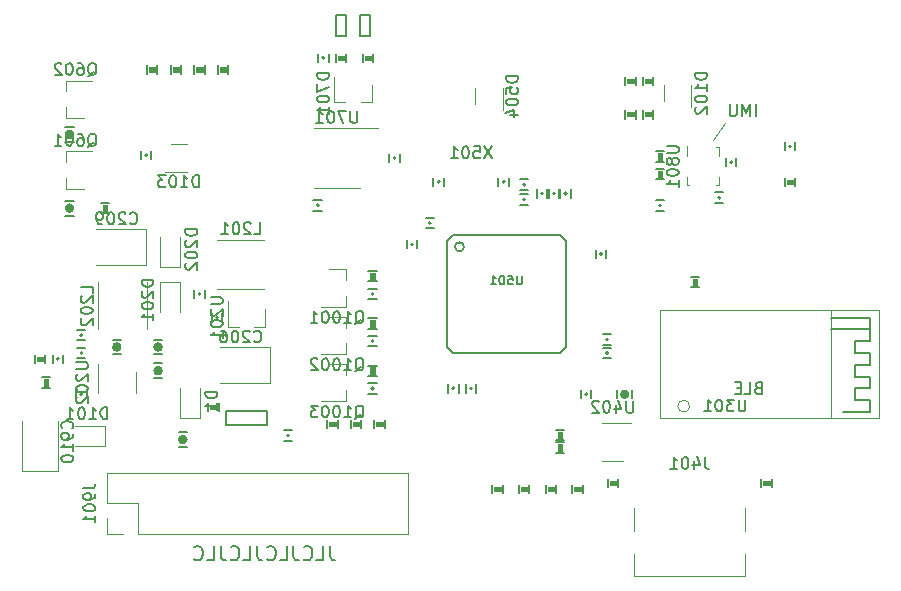
<source format=gbr>
%TF.GenerationSoftware,KiCad,Pcbnew,(5.99.0-9885-g7a8abcadd2)*%
%TF.CreationDate,2021-03-24T01:14:47-05:00*%
%TF.ProjectId,24_control_board,32345f63-6f6e-4747-926f-6c5f626f6172,rev?*%
%TF.SameCoordinates,Original*%
%TF.FileFunction,Legend,Bot*%
%TF.FilePolarity,Positive*%
%FSLAX46Y46*%
G04 Gerber Fmt 4.6, Leading zero omitted, Abs format (unit mm)*
G04 Created by KiCad (PCBNEW (5.99.0-9885-g7a8abcadd2)) date 2021-03-24 01:14:47*
%MOMM*%
%LPD*%
G01*
G04 APERTURE LIST*
%ADD10C,0.120000*%
%ADD11C,0.150000*%
%ADD12C,0.149860*%
%ADD13C,0.130000*%
%ADD14C,0.050000*%
%ADD15C,0.400000*%
%ADD16C,0.200000*%
%ADD17C,0.100000*%
%ADD18C,0.127000*%
G04 APERTURE END LIST*
D10*
X157000000Y-81500000D02*
X156000000Y-83000000D01*
D11*
X159595238Y-80952380D02*
X159595238Y-79952380D01*
X159119047Y-80952380D02*
X159119047Y-79952380D01*
X158785714Y-80666666D01*
X158452380Y-79952380D01*
X158452380Y-80952380D01*
X157976190Y-79952380D02*
X157976190Y-80761904D01*
X157928571Y-80857142D01*
X157880952Y-80904761D01*
X157785714Y-80952380D01*
X157595238Y-80952380D01*
X157500000Y-80904761D01*
X157452380Y-80857142D01*
X157404761Y-80761904D01*
X157404761Y-79952380D01*
X123542857Y-117342857D02*
X123542857Y-118200000D01*
X123600000Y-118371428D01*
X123714285Y-118485714D01*
X123885714Y-118542857D01*
X124000000Y-118542857D01*
X122400000Y-118542857D02*
X122971428Y-118542857D01*
X122971428Y-117342857D01*
X121314285Y-118428571D02*
X121371428Y-118485714D01*
X121542857Y-118542857D01*
X121657142Y-118542857D01*
X121828571Y-118485714D01*
X121942857Y-118371428D01*
X122000000Y-118257142D01*
X122057142Y-118028571D01*
X122057142Y-117857142D01*
X122000000Y-117628571D01*
X121942857Y-117514285D01*
X121828571Y-117400000D01*
X121657142Y-117342857D01*
X121542857Y-117342857D01*
X121371428Y-117400000D01*
X121314285Y-117457142D01*
X120457142Y-117342857D02*
X120457142Y-118200000D01*
X120514285Y-118371428D01*
X120628571Y-118485714D01*
X120800000Y-118542857D01*
X120914285Y-118542857D01*
X119314285Y-118542857D02*
X119885714Y-118542857D01*
X119885714Y-117342857D01*
X118228571Y-118428571D02*
X118285714Y-118485714D01*
X118457142Y-118542857D01*
X118571428Y-118542857D01*
X118742857Y-118485714D01*
X118857142Y-118371428D01*
X118914285Y-118257142D01*
X118971428Y-118028571D01*
X118971428Y-117857142D01*
X118914285Y-117628571D01*
X118857142Y-117514285D01*
X118742857Y-117400000D01*
X118571428Y-117342857D01*
X118457142Y-117342857D01*
X118285714Y-117400000D01*
X118228571Y-117457142D01*
X117371428Y-117342857D02*
X117371428Y-118200000D01*
X117428571Y-118371428D01*
X117542857Y-118485714D01*
X117714285Y-118542857D01*
X117828571Y-118542857D01*
X116228571Y-118542857D02*
X116800000Y-118542857D01*
X116800000Y-117342857D01*
X115142857Y-118428571D02*
X115200000Y-118485714D01*
X115371428Y-118542857D01*
X115485714Y-118542857D01*
X115657142Y-118485714D01*
X115771428Y-118371428D01*
X115828571Y-118257142D01*
X115885714Y-118028571D01*
X115885714Y-117857142D01*
X115828571Y-117628571D01*
X115771428Y-117514285D01*
X115657142Y-117400000D01*
X115485714Y-117342857D01*
X115371428Y-117342857D01*
X115200000Y-117400000D01*
X115142857Y-117457142D01*
X114285714Y-117342857D02*
X114285714Y-118200000D01*
X114342857Y-118371428D01*
X114457142Y-118485714D01*
X114628571Y-118542857D01*
X114742857Y-118542857D01*
X113142857Y-118542857D02*
X113714285Y-118542857D01*
X113714285Y-117342857D01*
X112057142Y-118428571D02*
X112114285Y-118485714D01*
X112285714Y-118542857D01*
X112400000Y-118542857D01*
X112571428Y-118485714D01*
X112685714Y-118371428D01*
X112742857Y-118257142D01*
X112800000Y-118028571D01*
X112800000Y-117857142D01*
X112742857Y-117628571D01*
X112685714Y-117514285D01*
X112571428Y-117400000D01*
X112400000Y-117342857D01*
X112285714Y-117342857D01*
X112114285Y-117400000D01*
X112057142Y-117457142D01*
%TO.C,D1*%
X114002380Y-104261904D02*
X113002380Y-104261904D01*
X113002380Y-104500000D01*
X113050000Y-104642857D01*
X113145238Y-104738095D01*
X113240476Y-104785714D01*
X113430952Y-104833333D01*
X113573809Y-104833333D01*
X113764285Y-104785714D01*
X113859523Y-104738095D01*
X113954761Y-104642857D01*
X114002380Y-104500000D01*
X114002380Y-104261904D01*
X114002380Y-105785714D02*
X114002380Y-105214285D01*
X114002380Y-105500000D02*
X113002380Y-105500000D01*
X113145238Y-105404761D01*
X113240476Y-105309523D01*
X113288095Y-105214285D01*
%TO.C,C206*%
X117119047Y-100007142D02*
X117166666Y-100054761D01*
X117309523Y-100102380D01*
X117404761Y-100102380D01*
X117547619Y-100054761D01*
X117642857Y-99959523D01*
X117690476Y-99864285D01*
X117738095Y-99673809D01*
X117738095Y-99530952D01*
X117690476Y-99340476D01*
X117642857Y-99245238D01*
X117547619Y-99150000D01*
X117404761Y-99102380D01*
X117309523Y-99102380D01*
X117166666Y-99150000D01*
X117119047Y-99197619D01*
X116738095Y-99197619D02*
X116690476Y-99150000D01*
X116595238Y-99102380D01*
X116357142Y-99102380D01*
X116261904Y-99150000D01*
X116214285Y-99197619D01*
X116166666Y-99292857D01*
X116166666Y-99388095D01*
X116214285Y-99530952D01*
X116785714Y-100102380D01*
X116166666Y-100102380D01*
X115547619Y-99102380D02*
X115452380Y-99102380D01*
X115357142Y-99150000D01*
X115309523Y-99197619D01*
X115261904Y-99292857D01*
X115214285Y-99483333D01*
X115214285Y-99721428D01*
X115261904Y-99911904D01*
X115309523Y-100007142D01*
X115357142Y-100054761D01*
X115452380Y-100102380D01*
X115547619Y-100102380D01*
X115642857Y-100054761D01*
X115690476Y-100007142D01*
X115738095Y-99911904D01*
X115785714Y-99721428D01*
X115785714Y-99483333D01*
X115738095Y-99292857D01*
X115690476Y-99197619D01*
X115642857Y-99150000D01*
X115547619Y-99102380D01*
X114357142Y-99102380D02*
X114547619Y-99102380D01*
X114642857Y-99150000D01*
X114690476Y-99197619D01*
X114785714Y-99340476D01*
X114833333Y-99530952D01*
X114833333Y-99911904D01*
X114785714Y-100007142D01*
X114738095Y-100054761D01*
X114642857Y-100102380D01*
X114452380Y-100102380D01*
X114357142Y-100054761D01*
X114309523Y-100007142D01*
X114261904Y-99911904D01*
X114261904Y-99673809D01*
X114309523Y-99578571D01*
X114357142Y-99530952D01*
X114452380Y-99483333D01*
X114642857Y-99483333D01*
X114738095Y-99530952D01*
X114785714Y-99578571D01*
X114833333Y-99673809D01*
%TO.C,C209*%
X106619047Y-90007142D02*
X106666666Y-90054761D01*
X106809523Y-90102380D01*
X106904761Y-90102380D01*
X107047619Y-90054761D01*
X107142857Y-89959523D01*
X107190476Y-89864285D01*
X107238095Y-89673809D01*
X107238095Y-89530952D01*
X107190476Y-89340476D01*
X107142857Y-89245238D01*
X107047619Y-89150000D01*
X106904761Y-89102380D01*
X106809523Y-89102380D01*
X106666666Y-89150000D01*
X106619047Y-89197619D01*
X106238095Y-89197619D02*
X106190476Y-89150000D01*
X106095238Y-89102380D01*
X105857142Y-89102380D01*
X105761904Y-89150000D01*
X105714285Y-89197619D01*
X105666666Y-89292857D01*
X105666666Y-89388095D01*
X105714285Y-89530952D01*
X106285714Y-90102380D01*
X105666666Y-90102380D01*
X105047619Y-89102380D02*
X104952380Y-89102380D01*
X104857142Y-89150000D01*
X104809523Y-89197619D01*
X104761904Y-89292857D01*
X104714285Y-89483333D01*
X104714285Y-89721428D01*
X104761904Y-89911904D01*
X104809523Y-90007142D01*
X104857142Y-90054761D01*
X104952380Y-90102380D01*
X105047619Y-90102380D01*
X105142857Y-90054761D01*
X105190476Y-90007142D01*
X105238095Y-89911904D01*
X105285714Y-89721428D01*
X105285714Y-89483333D01*
X105238095Y-89292857D01*
X105190476Y-89197619D01*
X105142857Y-89150000D01*
X105047619Y-89102380D01*
X104238095Y-90102380D02*
X104047619Y-90102380D01*
X103952380Y-90054761D01*
X103904761Y-90007142D01*
X103809523Y-89864285D01*
X103761904Y-89673809D01*
X103761904Y-89292857D01*
X103809523Y-89197619D01*
X103857142Y-89150000D01*
X103952380Y-89102380D01*
X104142857Y-89102380D01*
X104238095Y-89150000D01*
X104285714Y-89197619D01*
X104333333Y-89292857D01*
X104333333Y-89530952D01*
X104285714Y-89626190D01*
X104238095Y-89673809D01*
X104142857Y-89721428D01*
X103952380Y-89721428D01*
X103857142Y-89673809D01*
X103809523Y-89626190D01*
X103761904Y-89530952D01*
%TO.C,D102*%
X155452380Y-77309523D02*
X154452380Y-77309523D01*
X154452380Y-77547619D01*
X154500000Y-77690476D01*
X154595238Y-77785714D01*
X154690476Y-77833333D01*
X154880952Y-77880952D01*
X155023809Y-77880952D01*
X155214285Y-77833333D01*
X155309523Y-77785714D01*
X155404761Y-77690476D01*
X155452380Y-77547619D01*
X155452380Y-77309523D01*
X155452380Y-78833333D02*
X155452380Y-78261904D01*
X155452380Y-78547619D02*
X154452380Y-78547619D01*
X154595238Y-78452380D01*
X154690476Y-78357142D01*
X154738095Y-78261904D01*
X154452380Y-79452380D02*
X154452380Y-79547619D01*
X154500000Y-79642857D01*
X154547619Y-79690476D01*
X154642857Y-79738095D01*
X154833333Y-79785714D01*
X155071428Y-79785714D01*
X155261904Y-79738095D01*
X155357142Y-79690476D01*
X155404761Y-79642857D01*
X155452380Y-79547619D01*
X155452380Y-79452380D01*
X155404761Y-79357142D01*
X155357142Y-79309523D01*
X155261904Y-79261904D01*
X155071428Y-79214285D01*
X154833333Y-79214285D01*
X154642857Y-79261904D01*
X154547619Y-79309523D01*
X154500000Y-79357142D01*
X154452380Y-79452380D01*
X154547619Y-80166666D02*
X154500000Y-80214285D01*
X154452380Y-80309523D01*
X154452380Y-80547619D01*
X154500000Y-80642857D01*
X154547619Y-80690476D01*
X154642857Y-80738095D01*
X154738095Y-80738095D01*
X154880952Y-80690476D01*
X155452380Y-80119047D01*
X155452380Y-80738095D01*
%TO.C,D103*%
X112440476Y-86952380D02*
X112440476Y-85952380D01*
X112202380Y-85952380D01*
X112059523Y-86000000D01*
X111964285Y-86095238D01*
X111916666Y-86190476D01*
X111869047Y-86380952D01*
X111869047Y-86523809D01*
X111916666Y-86714285D01*
X111964285Y-86809523D01*
X112059523Y-86904761D01*
X112202380Y-86952380D01*
X112440476Y-86952380D01*
X110916666Y-86952380D02*
X111488095Y-86952380D01*
X111202380Y-86952380D02*
X111202380Y-85952380D01*
X111297619Y-86095238D01*
X111392857Y-86190476D01*
X111488095Y-86238095D01*
X110297619Y-85952380D02*
X110202380Y-85952380D01*
X110107142Y-86000000D01*
X110059523Y-86047619D01*
X110011904Y-86142857D01*
X109964285Y-86333333D01*
X109964285Y-86571428D01*
X110011904Y-86761904D01*
X110059523Y-86857142D01*
X110107142Y-86904761D01*
X110202380Y-86952380D01*
X110297619Y-86952380D01*
X110392857Y-86904761D01*
X110440476Y-86857142D01*
X110488095Y-86761904D01*
X110535714Y-86571428D01*
X110535714Y-86333333D01*
X110488095Y-86142857D01*
X110440476Y-86047619D01*
X110392857Y-86000000D01*
X110297619Y-85952380D01*
X109630952Y-85952380D02*
X109011904Y-85952380D01*
X109345238Y-86333333D01*
X109202380Y-86333333D01*
X109107142Y-86380952D01*
X109059523Y-86428571D01*
X109011904Y-86523809D01*
X109011904Y-86761904D01*
X109059523Y-86857142D01*
X109107142Y-86904761D01*
X109202380Y-86952380D01*
X109488095Y-86952380D01*
X109583333Y-86904761D01*
X109630952Y-86857142D01*
%TO.C,D201*%
X108602380Y-94809523D02*
X107602380Y-94809523D01*
X107602380Y-95047619D01*
X107650000Y-95190476D01*
X107745238Y-95285714D01*
X107840476Y-95333333D01*
X108030952Y-95380952D01*
X108173809Y-95380952D01*
X108364285Y-95333333D01*
X108459523Y-95285714D01*
X108554761Y-95190476D01*
X108602380Y-95047619D01*
X108602380Y-94809523D01*
X107697619Y-95761904D02*
X107650000Y-95809523D01*
X107602380Y-95904761D01*
X107602380Y-96142857D01*
X107650000Y-96238095D01*
X107697619Y-96285714D01*
X107792857Y-96333333D01*
X107888095Y-96333333D01*
X108030952Y-96285714D01*
X108602380Y-95714285D01*
X108602380Y-96333333D01*
X107602380Y-96952380D02*
X107602380Y-97047619D01*
X107650000Y-97142857D01*
X107697619Y-97190476D01*
X107792857Y-97238095D01*
X107983333Y-97285714D01*
X108221428Y-97285714D01*
X108411904Y-97238095D01*
X108507142Y-97190476D01*
X108554761Y-97142857D01*
X108602380Y-97047619D01*
X108602380Y-96952380D01*
X108554761Y-96857142D01*
X108507142Y-96809523D01*
X108411904Y-96761904D01*
X108221428Y-96714285D01*
X107983333Y-96714285D01*
X107792857Y-96761904D01*
X107697619Y-96809523D01*
X107650000Y-96857142D01*
X107602380Y-96952380D01*
X108602380Y-98238095D02*
X108602380Y-97666666D01*
X108602380Y-97952380D02*
X107602380Y-97952380D01*
X107745238Y-97857142D01*
X107840476Y-97761904D01*
X107888095Y-97666666D01*
%TO.C,D504*%
X139452380Y-77559523D02*
X138452380Y-77559523D01*
X138452380Y-77797619D01*
X138500000Y-77940476D01*
X138595238Y-78035714D01*
X138690476Y-78083333D01*
X138880952Y-78130952D01*
X139023809Y-78130952D01*
X139214285Y-78083333D01*
X139309523Y-78035714D01*
X139404761Y-77940476D01*
X139452380Y-77797619D01*
X139452380Y-77559523D01*
X138452380Y-79035714D02*
X138452380Y-78559523D01*
X138928571Y-78511904D01*
X138880952Y-78559523D01*
X138833333Y-78654761D01*
X138833333Y-78892857D01*
X138880952Y-78988095D01*
X138928571Y-79035714D01*
X139023809Y-79083333D01*
X139261904Y-79083333D01*
X139357142Y-79035714D01*
X139404761Y-78988095D01*
X139452380Y-78892857D01*
X139452380Y-78654761D01*
X139404761Y-78559523D01*
X139357142Y-78511904D01*
X138452380Y-79702380D02*
X138452380Y-79797619D01*
X138500000Y-79892857D01*
X138547619Y-79940476D01*
X138642857Y-79988095D01*
X138833333Y-80035714D01*
X139071428Y-80035714D01*
X139261904Y-79988095D01*
X139357142Y-79940476D01*
X139404761Y-79892857D01*
X139452380Y-79797619D01*
X139452380Y-79702380D01*
X139404761Y-79607142D01*
X139357142Y-79559523D01*
X139261904Y-79511904D01*
X139071428Y-79464285D01*
X138833333Y-79464285D01*
X138642857Y-79511904D01*
X138547619Y-79559523D01*
X138500000Y-79607142D01*
X138452380Y-79702380D01*
X138785714Y-80892857D02*
X139452380Y-80892857D01*
X138404761Y-80654761D02*
X139119047Y-80416666D01*
X139119047Y-81035714D01*
%TO.C,D701*%
X123452380Y-77309523D02*
X122452380Y-77309523D01*
X122452380Y-77547619D01*
X122500000Y-77690476D01*
X122595238Y-77785714D01*
X122690476Y-77833333D01*
X122880952Y-77880952D01*
X123023809Y-77880952D01*
X123214285Y-77833333D01*
X123309523Y-77785714D01*
X123404761Y-77690476D01*
X123452380Y-77547619D01*
X123452380Y-77309523D01*
X122452380Y-78214285D02*
X122452380Y-78880952D01*
X123452380Y-78452380D01*
X122452380Y-79452380D02*
X122452380Y-79547619D01*
X122500000Y-79642857D01*
X122547619Y-79690476D01*
X122642857Y-79738095D01*
X122833333Y-79785714D01*
X123071428Y-79785714D01*
X123261904Y-79738095D01*
X123357142Y-79690476D01*
X123404761Y-79642857D01*
X123452380Y-79547619D01*
X123452380Y-79452380D01*
X123404761Y-79357142D01*
X123357142Y-79309523D01*
X123261904Y-79261904D01*
X123071428Y-79214285D01*
X122833333Y-79214285D01*
X122642857Y-79261904D01*
X122547619Y-79309523D01*
X122500000Y-79357142D01*
X122452380Y-79452380D01*
X123452380Y-80738095D02*
X123452380Y-80166666D01*
X123452380Y-80452380D02*
X122452380Y-80452380D01*
X122595238Y-80357142D01*
X122690476Y-80261904D01*
X122738095Y-80166666D01*
%TO.C,L201*%
X117119047Y-90952380D02*
X117595238Y-90952380D01*
X117595238Y-89952380D01*
X116833333Y-90047619D02*
X116785714Y-90000000D01*
X116690476Y-89952380D01*
X116452380Y-89952380D01*
X116357142Y-90000000D01*
X116309523Y-90047619D01*
X116261904Y-90142857D01*
X116261904Y-90238095D01*
X116309523Y-90380952D01*
X116880952Y-90952380D01*
X116261904Y-90952380D01*
X115642857Y-89952380D02*
X115547619Y-89952380D01*
X115452380Y-90000000D01*
X115404761Y-90047619D01*
X115357142Y-90142857D01*
X115309523Y-90333333D01*
X115309523Y-90571428D01*
X115357142Y-90761904D01*
X115404761Y-90857142D01*
X115452380Y-90904761D01*
X115547619Y-90952380D01*
X115642857Y-90952380D01*
X115738095Y-90904761D01*
X115785714Y-90857142D01*
X115833333Y-90761904D01*
X115880952Y-90571428D01*
X115880952Y-90333333D01*
X115833333Y-90142857D01*
X115785714Y-90047619D01*
X115738095Y-90000000D01*
X115642857Y-89952380D01*
X114357142Y-90952380D02*
X114928571Y-90952380D01*
X114642857Y-90952380D02*
X114642857Y-89952380D01*
X114738095Y-90095238D01*
X114833333Y-90190476D01*
X114928571Y-90238095D01*
%TO.C,L202*%
X103452380Y-95880952D02*
X103452380Y-95404761D01*
X102452380Y-95404761D01*
X102547619Y-96166666D02*
X102500000Y-96214285D01*
X102452380Y-96309523D01*
X102452380Y-96547619D01*
X102500000Y-96642857D01*
X102547619Y-96690476D01*
X102642857Y-96738095D01*
X102738095Y-96738095D01*
X102880952Y-96690476D01*
X103452380Y-96119047D01*
X103452380Y-96738095D01*
X102452380Y-97357142D02*
X102452380Y-97452380D01*
X102500000Y-97547619D01*
X102547619Y-97595238D01*
X102642857Y-97642857D01*
X102833333Y-97690476D01*
X103071428Y-97690476D01*
X103261904Y-97642857D01*
X103357142Y-97595238D01*
X103404761Y-97547619D01*
X103452380Y-97452380D01*
X103452380Y-97357142D01*
X103404761Y-97261904D01*
X103357142Y-97214285D01*
X103261904Y-97166666D01*
X103071428Y-97119047D01*
X102833333Y-97119047D01*
X102642857Y-97166666D01*
X102547619Y-97214285D01*
X102500000Y-97261904D01*
X102452380Y-97357142D01*
X102547619Y-98071428D02*
X102500000Y-98119047D01*
X102452380Y-98214285D01*
X102452380Y-98452380D01*
X102500000Y-98547619D01*
X102547619Y-98595238D01*
X102642857Y-98642857D01*
X102738095Y-98642857D01*
X102880952Y-98595238D01*
X103452380Y-98023809D01*
X103452380Y-98642857D01*
%TO.C,Q601*%
X103047619Y-83547619D02*
X103142857Y-83500000D01*
X103238095Y-83404761D01*
X103380952Y-83261904D01*
X103476190Y-83214285D01*
X103571428Y-83214285D01*
X103523809Y-83452380D02*
X103619047Y-83404761D01*
X103714285Y-83309523D01*
X103761904Y-83119047D01*
X103761904Y-82785714D01*
X103714285Y-82595238D01*
X103619047Y-82500000D01*
X103523809Y-82452380D01*
X103333333Y-82452380D01*
X103238095Y-82500000D01*
X103142857Y-82595238D01*
X103095238Y-82785714D01*
X103095238Y-83119047D01*
X103142857Y-83309523D01*
X103238095Y-83404761D01*
X103333333Y-83452380D01*
X103523809Y-83452380D01*
X102238095Y-82452380D02*
X102428571Y-82452380D01*
X102523809Y-82500000D01*
X102571428Y-82547619D01*
X102666666Y-82690476D01*
X102714285Y-82880952D01*
X102714285Y-83261904D01*
X102666666Y-83357142D01*
X102619047Y-83404761D01*
X102523809Y-83452380D01*
X102333333Y-83452380D01*
X102238095Y-83404761D01*
X102190476Y-83357142D01*
X102142857Y-83261904D01*
X102142857Y-83023809D01*
X102190476Y-82928571D01*
X102238095Y-82880952D01*
X102333333Y-82833333D01*
X102523809Y-82833333D01*
X102619047Y-82880952D01*
X102666666Y-82928571D01*
X102714285Y-83023809D01*
X101523809Y-82452380D02*
X101428571Y-82452380D01*
X101333333Y-82500000D01*
X101285714Y-82547619D01*
X101238095Y-82642857D01*
X101190476Y-82833333D01*
X101190476Y-83071428D01*
X101238095Y-83261904D01*
X101285714Y-83357142D01*
X101333333Y-83404761D01*
X101428571Y-83452380D01*
X101523809Y-83452380D01*
X101619047Y-83404761D01*
X101666666Y-83357142D01*
X101714285Y-83261904D01*
X101761904Y-83071428D01*
X101761904Y-82833333D01*
X101714285Y-82642857D01*
X101666666Y-82547619D01*
X101619047Y-82500000D01*
X101523809Y-82452380D01*
X100238095Y-83452380D02*
X100809523Y-83452380D01*
X100523809Y-83452380D02*
X100523809Y-82452380D01*
X100619047Y-82595238D01*
X100714285Y-82690476D01*
X100809523Y-82738095D01*
%TO.C,Q602*%
X103047619Y-77557619D02*
X103142857Y-77510000D01*
X103238095Y-77414761D01*
X103380952Y-77271904D01*
X103476190Y-77224285D01*
X103571428Y-77224285D01*
X103523809Y-77462380D02*
X103619047Y-77414761D01*
X103714285Y-77319523D01*
X103761904Y-77129047D01*
X103761904Y-76795714D01*
X103714285Y-76605238D01*
X103619047Y-76510000D01*
X103523809Y-76462380D01*
X103333333Y-76462380D01*
X103238095Y-76510000D01*
X103142857Y-76605238D01*
X103095238Y-76795714D01*
X103095238Y-77129047D01*
X103142857Y-77319523D01*
X103238095Y-77414761D01*
X103333333Y-77462380D01*
X103523809Y-77462380D01*
X102238095Y-76462380D02*
X102428571Y-76462380D01*
X102523809Y-76510000D01*
X102571428Y-76557619D01*
X102666666Y-76700476D01*
X102714285Y-76890952D01*
X102714285Y-77271904D01*
X102666666Y-77367142D01*
X102619047Y-77414761D01*
X102523809Y-77462380D01*
X102333333Y-77462380D01*
X102238095Y-77414761D01*
X102190476Y-77367142D01*
X102142857Y-77271904D01*
X102142857Y-77033809D01*
X102190476Y-76938571D01*
X102238095Y-76890952D01*
X102333333Y-76843333D01*
X102523809Y-76843333D01*
X102619047Y-76890952D01*
X102666666Y-76938571D01*
X102714285Y-77033809D01*
X101523809Y-76462380D02*
X101428571Y-76462380D01*
X101333333Y-76510000D01*
X101285714Y-76557619D01*
X101238095Y-76652857D01*
X101190476Y-76843333D01*
X101190476Y-77081428D01*
X101238095Y-77271904D01*
X101285714Y-77367142D01*
X101333333Y-77414761D01*
X101428571Y-77462380D01*
X101523809Y-77462380D01*
X101619047Y-77414761D01*
X101666666Y-77367142D01*
X101714285Y-77271904D01*
X101761904Y-77081428D01*
X101761904Y-76843333D01*
X101714285Y-76652857D01*
X101666666Y-76557619D01*
X101619047Y-76510000D01*
X101523809Y-76462380D01*
X100809523Y-76557619D02*
X100761904Y-76510000D01*
X100666666Y-76462380D01*
X100428571Y-76462380D01*
X100333333Y-76510000D01*
X100285714Y-76557619D01*
X100238095Y-76652857D01*
X100238095Y-76748095D01*
X100285714Y-76890952D01*
X100857142Y-77462380D01*
X100238095Y-77462380D01*
%TO.C,Q1001*%
X125673809Y-98547619D02*
X125769047Y-98500000D01*
X125864285Y-98404761D01*
X126007142Y-98261904D01*
X126102380Y-98214285D01*
X126197619Y-98214285D01*
X126150000Y-98452380D02*
X126245238Y-98404761D01*
X126340476Y-98309523D01*
X126388095Y-98119047D01*
X126388095Y-97785714D01*
X126340476Y-97595238D01*
X126245238Y-97500000D01*
X126150000Y-97452380D01*
X125959523Y-97452380D01*
X125864285Y-97500000D01*
X125769047Y-97595238D01*
X125721428Y-97785714D01*
X125721428Y-98119047D01*
X125769047Y-98309523D01*
X125864285Y-98404761D01*
X125959523Y-98452380D01*
X126150000Y-98452380D01*
X124769047Y-98452380D02*
X125340476Y-98452380D01*
X125054761Y-98452380D02*
X125054761Y-97452380D01*
X125150000Y-97595238D01*
X125245238Y-97690476D01*
X125340476Y-97738095D01*
X124150000Y-97452380D02*
X124054761Y-97452380D01*
X123959523Y-97500000D01*
X123911904Y-97547619D01*
X123864285Y-97642857D01*
X123816666Y-97833333D01*
X123816666Y-98071428D01*
X123864285Y-98261904D01*
X123911904Y-98357142D01*
X123959523Y-98404761D01*
X124054761Y-98452380D01*
X124150000Y-98452380D01*
X124245238Y-98404761D01*
X124292857Y-98357142D01*
X124340476Y-98261904D01*
X124388095Y-98071428D01*
X124388095Y-97833333D01*
X124340476Y-97642857D01*
X124292857Y-97547619D01*
X124245238Y-97500000D01*
X124150000Y-97452380D01*
X123197619Y-97452380D02*
X123102380Y-97452380D01*
X123007142Y-97500000D01*
X122959523Y-97547619D01*
X122911904Y-97642857D01*
X122864285Y-97833333D01*
X122864285Y-98071428D01*
X122911904Y-98261904D01*
X122959523Y-98357142D01*
X123007142Y-98404761D01*
X123102380Y-98452380D01*
X123197619Y-98452380D01*
X123292857Y-98404761D01*
X123340476Y-98357142D01*
X123388095Y-98261904D01*
X123435714Y-98071428D01*
X123435714Y-97833333D01*
X123388095Y-97642857D01*
X123340476Y-97547619D01*
X123292857Y-97500000D01*
X123197619Y-97452380D01*
X121911904Y-98452380D02*
X122483333Y-98452380D01*
X122197619Y-98452380D02*
X122197619Y-97452380D01*
X122292857Y-97595238D01*
X122388095Y-97690476D01*
X122483333Y-97738095D01*
%TO.C,Q1002*%
X125673809Y-102547619D02*
X125769047Y-102500000D01*
X125864285Y-102404761D01*
X126007142Y-102261904D01*
X126102380Y-102214285D01*
X126197619Y-102214285D01*
X126150000Y-102452380D02*
X126245238Y-102404761D01*
X126340476Y-102309523D01*
X126388095Y-102119047D01*
X126388095Y-101785714D01*
X126340476Y-101595238D01*
X126245238Y-101500000D01*
X126150000Y-101452380D01*
X125959523Y-101452380D01*
X125864285Y-101500000D01*
X125769047Y-101595238D01*
X125721428Y-101785714D01*
X125721428Y-102119047D01*
X125769047Y-102309523D01*
X125864285Y-102404761D01*
X125959523Y-102452380D01*
X126150000Y-102452380D01*
X124769047Y-102452380D02*
X125340476Y-102452380D01*
X125054761Y-102452380D02*
X125054761Y-101452380D01*
X125150000Y-101595238D01*
X125245238Y-101690476D01*
X125340476Y-101738095D01*
X124150000Y-101452380D02*
X124054761Y-101452380D01*
X123959523Y-101500000D01*
X123911904Y-101547619D01*
X123864285Y-101642857D01*
X123816666Y-101833333D01*
X123816666Y-102071428D01*
X123864285Y-102261904D01*
X123911904Y-102357142D01*
X123959523Y-102404761D01*
X124054761Y-102452380D01*
X124150000Y-102452380D01*
X124245238Y-102404761D01*
X124292857Y-102357142D01*
X124340476Y-102261904D01*
X124388095Y-102071428D01*
X124388095Y-101833333D01*
X124340476Y-101642857D01*
X124292857Y-101547619D01*
X124245238Y-101500000D01*
X124150000Y-101452380D01*
X123197619Y-101452380D02*
X123102380Y-101452380D01*
X123007142Y-101500000D01*
X122959523Y-101547619D01*
X122911904Y-101642857D01*
X122864285Y-101833333D01*
X122864285Y-102071428D01*
X122911904Y-102261904D01*
X122959523Y-102357142D01*
X123007142Y-102404761D01*
X123102380Y-102452380D01*
X123197619Y-102452380D01*
X123292857Y-102404761D01*
X123340476Y-102357142D01*
X123388095Y-102261904D01*
X123435714Y-102071428D01*
X123435714Y-101833333D01*
X123388095Y-101642857D01*
X123340476Y-101547619D01*
X123292857Y-101500000D01*
X123197619Y-101452380D01*
X122483333Y-101547619D02*
X122435714Y-101500000D01*
X122340476Y-101452380D01*
X122102380Y-101452380D01*
X122007142Y-101500000D01*
X121959523Y-101547619D01*
X121911904Y-101642857D01*
X121911904Y-101738095D01*
X121959523Y-101880952D01*
X122530952Y-102452380D01*
X121911904Y-102452380D01*
%TO.C,Q1003*%
X125673809Y-106547619D02*
X125769047Y-106500000D01*
X125864285Y-106404761D01*
X126007142Y-106261904D01*
X126102380Y-106214285D01*
X126197619Y-106214285D01*
X126150000Y-106452380D02*
X126245238Y-106404761D01*
X126340476Y-106309523D01*
X126388095Y-106119047D01*
X126388095Y-105785714D01*
X126340476Y-105595238D01*
X126245238Y-105500000D01*
X126150000Y-105452380D01*
X125959523Y-105452380D01*
X125864285Y-105500000D01*
X125769047Y-105595238D01*
X125721428Y-105785714D01*
X125721428Y-106119047D01*
X125769047Y-106309523D01*
X125864285Y-106404761D01*
X125959523Y-106452380D01*
X126150000Y-106452380D01*
X124769047Y-106452380D02*
X125340476Y-106452380D01*
X125054761Y-106452380D02*
X125054761Y-105452380D01*
X125150000Y-105595238D01*
X125245238Y-105690476D01*
X125340476Y-105738095D01*
X124150000Y-105452380D02*
X124054761Y-105452380D01*
X123959523Y-105500000D01*
X123911904Y-105547619D01*
X123864285Y-105642857D01*
X123816666Y-105833333D01*
X123816666Y-106071428D01*
X123864285Y-106261904D01*
X123911904Y-106357142D01*
X123959523Y-106404761D01*
X124054761Y-106452380D01*
X124150000Y-106452380D01*
X124245238Y-106404761D01*
X124292857Y-106357142D01*
X124340476Y-106261904D01*
X124388095Y-106071428D01*
X124388095Y-105833333D01*
X124340476Y-105642857D01*
X124292857Y-105547619D01*
X124245238Y-105500000D01*
X124150000Y-105452380D01*
X123197619Y-105452380D02*
X123102380Y-105452380D01*
X123007142Y-105500000D01*
X122959523Y-105547619D01*
X122911904Y-105642857D01*
X122864285Y-105833333D01*
X122864285Y-106071428D01*
X122911904Y-106261904D01*
X122959523Y-106357142D01*
X123007142Y-106404761D01*
X123102380Y-106452380D01*
X123197619Y-106452380D01*
X123292857Y-106404761D01*
X123340476Y-106357142D01*
X123388095Y-106261904D01*
X123435714Y-106071428D01*
X123435714Y-105833333D01*
X123388095Y-105642857D01*
X123340476Y-105547619D01*
X123292857Y-105500000D01*
X123197619Y-105452380D01*
X122530952Y-105452380D02*
X121911904Y-105452380D01*
X122245238Y-105833333D01*
X122102380Y-105833333D01*
X122007142Y-105880952D01*
X121959523Y-105928571D01*
X121911904Y-106023809D01*
X121911904Y-106261904D01*
X121959523Y-106357142D01*
X122007142Y-106404761D01*
X122102380Y-106452380D01*
X122388095Y-106452380D01*
X122483333Y-106404761D01*
X122530952Y-106357142D01*
%TO.C,U201*%
X113452380Y-96285714D02*
X114261904Y-96285714D01*
X114357142Y-96333333D01*
X114404761Y-96380952D01*
X114452380Y-96476190D01*
X114452380Y-96666666D01*
X114404761Y-96761904D01*
X114357142Y-96809523D01*
X114261904Y-96857142D01*
X113452380Y-96857142D01*
X113547619Y-97285714D02*
X113500000Y-97333333D01*
X113452380Y-97428571D01*
X113452380Y-97666666D01*
X113500000Y-97761904D01*
X113547619Y-97809523D01*
X113642857Y-97857142D01*
X113738095Y-97857142D01*
X113880952Y-97809523D01*
X114452380Y-97238095D01*
X114452380Y-97857142D01*
X113452380Y-98476190D02*
X113452380Y-98571428D01*
X113500000Y-98666666D01*
X113547619Y-98714285D01*
X113642857Y-98761904D01*
X113833333Y-98809523D01*
X114071428Y-98809523D01*
X114261904Y-98761904D01*
X114357142Y-98714285D01*
X114404761Y-98666666D01*
X114452380Y-98571428D01*
X114452380Y-98476190D01*
X114404761Y-98380952D01*
X114357142Y-98333333D01*
X114261904Y-98285714D01*
X114071428Y-98238095D01*
X113833333Y-98238095D01*
X113642857Y-98285714D01*
X113547619Y-98333333D01*
X113500000Y-98380952D01*
X113452380Y-98476190D01*
X114452380Y-99761904D02*
X114452380Y-99190476D01*
X114452380Y-99476190D02*
X113452380Y-99476190D01*
X113595238Y-99380952D01*
X113690476Y-99285714D01*
X113738095Y-99190476D01*
%TO.C,U202*%
X102052380Y-101785714D02*
X102861904Y-101785714D01*
X102957142Y-101833333D01*
X103004761Y-101880952D01*
X103052380Y-101976190D01*
X103052380Y-102166666D01*
X103004761Y-102261904D01*
X102957142Y-102309523D01*
X102861904Y-102357142D01*
X102052380Y-102357142D01*
X102147619Y-102785714D02*
X102100000Y-102833333D01*
X102052380Y-102928571D01*
X102052380Y-103166666D01*
X102100000Y-103261904D01*
X102147619Y-103309523D01*
X102242857Y-103357142D01*
X102338095Y-103357142D01*
X102480952Y-103309523D01*
X103052380Y-102738095D01*
X103052380Y-103357142D01*
X102052380Y-103976190D02*
X102052380Y-104071428D01*
X102100000Y-104166666D01*
X102147619Y-104214285D01*
X102242857Y-104261904D01*
X102433333Y-104309523D01*
X102671428Y-104309523D01*
X102861904Y-104261904D01*
X102957142Y-104214285D01*
X103004761Y-104166666D01*
X103052380Y-104071428D01*
X103052380Y-103976190D01*
X103004761Y-103880952D01*
X102957142Y-103833333D01*
X102861904Y-103785714D01*
X102671428Y-103738095D01*
X102433333Y-103738095D01*
X102242857Y-103785714D01*
X102147619Y-103833333D01*
X102100000Y-103880952D01*
X102052380Y-103976190D01*
X102147619Y-104690476D02*
X102100000Y-104738095D01*
X102052380Y-104833333D01*
X102052380Y-105071428D01*
X102100000Y-105166666D01*
X102147619Y-105214285D01*
X102242857Y-105261904D01*
X102338095Y-105261904D01*
X102480952Y-105214285D01*
X103052380Y-104642857D01*
X103052380Y-105261904D01*
%TO.C,U701*%
X125854285Y-80522380D02*
X125854285Y-81331904D01*
X125806666Y-81427142D01*
X125759047Y-81474761D01*
X125663809Y-81522380D01*
X125473333Y-81522380D01*
X125378095Y-81474761D01*
X125330476Y-81427142D01*
X125282857Y-81331904D01*
X125282857Y-80522380D01*
X124901904Y-80522380D02*
X124235238Y-80522380D01*
X124663809Y-81522380D01*
X123663809Y-80522380D02*
X123568571Y-80522380D01*
X123473333Y-80570000D01*
X123425714Y-80617619D01*
X123378095Y-80712857D01*
X123330476Y-80903333D01*
X123330476Y-81141428D01*
X123378095Y-81331904D01*
X123425714Y-81427142D01*
X123473333Y-81474761D01*
X123568571Y-81522380D01*
X123663809Y-81522380D01*
X123759047Y-81474761D01*
X123806666Y-81427142D01*
X123854285Y-81331904D01*
X123901904Y-81141428D01*
X123901904Y-80903333D01*
X123854285Y-80712857D01*
X123806666Y-80617619D01*
X123759047Y-80570000D01*
X123663809Y-80522380D01*
X122378095Y-81522380D02*
X122949523Y-81522380D01*
X122663809Y-81522380D02*
X122663809Y-80522380D01*
X122759047Y-80665238D01*
X122854285Y-80760476D01*
X122949523Y-80808095D01*
%TO.C,U801*%
X152064860Y-83485704D02*
X152874384Y-83485704D01*
X152969622Y-83533323D01*
X153017241Y-83580942D01*
X153064860Y-83676180D01*
X153064860Y-83866656D01*
X153017241Y-83961894D01*
X152969622Y-84009513D01*
X152874384Y-84057132D01*
X152064860Y-84057132D01*
X152493432Y-84676180D02*
X152445813Y-84580942D01*
X152398194Y-84533323D01*
X152302956Y-84485704D01*
X152255337Y-84485704D01*
X152160099Y-84533323D01*
X152112480Y-84580942D01*
X152064860Y-84676180D01*
X152064860Y-84866656D01*
X152112480Y-84961894D01*
X152160099Y-85009513D01*
X152255337Y-85057132D01*
X152302956Y-85057132D01*
X152398194Y-85009513D01*
X152445813Y-84961894D01*
X152493432Y-84866656D01*
X152493432Y-84676180D01*
X152541051Y-84580942D01*
X152588670Y-84533323D01*
X152683908Y-84485704D01*
X152874384Y-84485704D01*
X152969622Y-84533323D01*
X153017241Y-84580942D01*
X153064860Y-84676180D01*
X153064860Y-84866656D01*
X153017241Y-84961894D01*
X152969622Y-85009513D01*
X152874384Y-85057132D01*
X152683908Y-85057132D01*
X152588670Y-85009513D01*
X152541051Y-84961894D01*
X152493432Y-84866656D01*
X152064860Y-85676180D02*
X152064860Y-85771418D01*
X152112480Y-85866656D01*
X152160099Y-85914275D01*
X152255337Y-85961894D01*
X152445813Y-86009513D01*
X152683908Y-86009513D01*
X152874384Y-85961894D01*
X152969622Y-85914275D01*
X153017241Y-85866656D01*
X153064860Y-85771418D01*
X153064860Y-85676180D01*
X153017241Y-85580942D01*
X152969622Y-85533323D01*
X152874384Y-85485704D01*
X152683908Y-85438085D01*
X152445813Y-85438085D01*
X152255337Y-85485704D01*
X152160099Y-85533323D01*
X152112480Y-85580942D01*
X152064860Y-85676180D01*
X153064860Y-86961894D02*
X153064860Y-86390466D01*
X153064860Y-86676180D02*
X152064860Y-86676180D01*
X152207718Y-86580942D01*
X152302956Y-86485704D01*
X152350575Y-86390466D01*
%TO.C,X501*%
X137261904Y-83502380D02*
X136595238Y-84502380D01*
X136595238Y-83502380D02*
X137261904Y-84502380D01*
X135738095Y-83502380D02*
X136214285Y-83502380D01*
X136261904Y-83978571D01*
X136214285Y-83930952D01*
X136119047Y-83883333D01*
X135880952Y-83883333D01*
X135785714Y-83930952D01*
X135738095Y-83978571D01*
X135690476Y-84073809D01*
X135690476Y-84311904D01*
X135738095Y-84407142D01*
X135785714Y-84454761D01*
X135880952Y-84502380D01*
X136119047Y-84502380D01*
X136214285Y-84454761D01*
X136261904Y-84407142D01*
X135071428Y-83502380D02*
X134976190Y-83502380D01*
X134880952Y-83550000D01*
X134833333Y-83597619D01*
X134785714Y-83692857D01*
X134738095Y-83883333D01*
X134738095Y-84121428D01*
X134785714Y-84311904D01*
X134833333Y-84407142D01*
X134880952Y-84454761D01*
X134976190Y-84502380D01*
X135071428Y-84502380D01*
X135166666Y-84454761D01*
X135214285Y-84407142D01*
X135261904Y-84311904D01*
X135309523Y-84121428D01*
X135309523Y-83883333D01*
X135261904Y-83692857D01*
X135214285Y-83597619D01*
X135166666Y-83550000D01*
X135071428Y-83502380D01*
X133785714Y-84502380D02*
X134357142Y-84502380D01*
X134071428Y-84502380D02*
X134071428Y-83502380D01*
X134166666Y-83645238D01*
X134261904Y-83740476D01*
X134357142Y-83788095D01*
%TO.C,U301*%
X158714285Y-104952380D02*
X158714285Y-105761904D01*
X158666666Y-105857142D01*
X158619047Y-105904761D01*
X158523809Y-105952380D01*
X158333333Y-105952380D01*
X158238095Y-105904761D01*
X158190476Y-105857142D01*
X158142857Y-105761904D01*
X158142857Y-104952380D01*
X157761904Y-104952380D02*
X157142857Y-104952380D01*
X157476190Y-105333333D01*
X157333333Y-105333333D01*
X157238095Y-105380952D01*
X157190476Y-105428571D01*
X157142857Y-105523809D01*
X157142857Y-105761904D01*
X157190476Y-105857142D01*
X157238095Y-105904761D01*
X157333333Y-105952380D01*
X157619047Y-105952380D01*
X157714285Y-105904761D01*
X157761904Y-105857142D01*
X156523809Y-104952380D02*
X156428571Y-104952380D01*
X156333333Y-105000000D01*
X156285714Y-105047619D01*
X156238095Y-105142857D01*
X156190476Y-105333333D01*
X156190476Y-105571428D01*
X156238095Y-105761904D01*
X156285714Y-105857142D01*
X156333333Y-105904761D01*
X156428571Y-105952380D01*
X156523809Y-105952380D01*
X156619047Y-105904761D01*
X156666666Y-105857142D01*
X156714285Y-105761904D01*
X156761904Y-105571428D01*
X156761904Y-105333333D01*
X156714285Y-105142857D01*
X156666666Y-105047619D01*
X156619047Y-105000000D01*
X156523809Y-104952380D01*
X155238095Y-105952380D02*
X155809523Y-105952380D01*
X155523809Y-105952380D02*
X155523809Y-104952380D01*
X155619047Y-105095238D01*
X155714285Y-105190476D01*
X155809523Y-105238095D01*
X159785714Y-103928571D02*
X159642857Y-103976190D01*
X159595238Y-104023809D01*
X159547619Y-104119047D01*
X159547619Y-104261904D01*
X159595238Y-104357142D01*
X159642857Y-104404761D01*
X159738095Y-104452380D01*
X160119047Y-104452380D01*
X160119047Y-103452380D01*
X159785714Y-103452380D01*
X159690476Y-103500000D01*
X159642857Y-103547619D01*
X159595238Y-103642857D01*
X159595238Y-103738095D01*
X159642857Y-103833333D01*
X159690476Y-103880952D01*
X159785714Y-103928571D01*
X160119047Y-103928571D01*
X158642857Y-104452380D02*
X159119047Y-104452380D01*
X159119047Y-103452380D01*
X158309523Y-103928571D02*
X157976190Y-103928571D01*
X157833333Y-104452380D02*
X158309523Y-104452380D01*
X158309523Y-103452380D01*
X157833333Y-103452380D01*
D12*
%TO.C,U501*%
X139784514Y-94446669D02*
X139784514Y-95053245D01*
X139748833Y-95124607D01*
X139713152Y-95160288D01*
X139641790Y-95195969D01*
X139499066Y-95195969D01*
X139427704Y-95160288D01*
X139392023Y-95124607D01*
X139356342Y-95053245D01*
X139356342Y-94446669D01*
X138642723Y-94446669D02*
X138999533Y-94446669D01*
X139035214Y-94803478D01*
X138999533Y-94767797D01*
X138928171Y-94732116D01*
X138749766Y-94732116D01*
X138678404Y-94767797D01*
X138642723Y-94803478D01*
X138607042Y-94874840D01*
X138607042Y-95053245D01*
X138642723Y-95124607D01*
X138678404Y-95160288D01*
X138749766Y-95195969D01*
X138928171Y-95195969D01*
X138999533Y-95160288D01*
X139035214Y-95124607D01*
X138143190Y-94446669D02*
X138071828Y-94446669D01*
X138000466Y-94482350D01*
X137964785Y-94518030D01*
X137929104Y-94589392D01*
X137893423Y-94732116D01*
X137893423Y-94910521D01*
X137929104Y-95053245D01*
X137964785Y-95124607D01*
X138000466Y-95160288D01*
X138071828Y-95195969D01*
X138143190Y-95195969D01*
X138214552Y-95160288D01*
X138250233Y-95124607D01*
X138285914Y-95053245D01*
X138321595Y-94910521D01*
X138321595Y-94732116D01*
X138285914Y-94589392D01*
X138250233Y-94518030D01*
X138214552Y-94482350D01*
X138143190Y-94446669D01*
X137179804Y-95195969D02*
X137607976Y-95195969D01*
X137393890Y-95195969D02*
X137393890Y-94446669D01*
X137465252Y-94553711D01*
X137536614Y-94625073D01*
X137607976Y-94660754D01*
D11*
%TO.C,J401*%
X155285714Y-109807380D02*
X155285714Y-110521666D01*
X155333333Y-110664523D01*
X155428571Y-110759761D01*
X155571428Y-110807380D01*
X155666666Y-110807380D01*
X154380952Y-110140714D02*
X154380952Y-110807380D01*
X154619047Y-109759761D02*
X154857142Y-110474047D01*
X154238095Y-110474047D01*
X153666666Y-109807380D02*
X153571428Y-109807380D01*
X153476190Y-109855000D01*
X153428571Y-109902619D01*
X153380952Y-109997857D01*
X153333333Y-110188333D01*
X153333333Y-110426428D01*
X153380952Y-110616904D01*
X153428571Y-110712142D01*
X153476190Y-110759761D01*
X153571428Y-110807380D01*
X153666666Y-110807380D01*
X153761904Y-110759761D01*
X153809523Y-110712142D01*
X153857142Y-110616904D01*
X153904761Y-110426428D01*
X153904761Y-110188333D01*
X153857142Y-109997857D01*
X153809523Y-109902619D01*
X153761904Y-109855000D01*
X153666666Y-109807380D01*
X152380952Y-110807380D02*
X152952380Y-110807380D01*
X152666666Y-110807380D02*
X152666666Y-109807380D01*
X152761904Y-109950238D01*
X152857142Y-110045476D01*
X152952380Y-110093095D01*
%TO.C,J901*%
X102682380Y-112444285D02*
X103396666Y-112444285D01*
X103539523Y-112396666D01*
X103634761Y-112301428D01*
X103682380Y-112158571D01*
X103682380Y-112063333D01*
X103682380Y-112968095D02*
X103682380Y-113158571D01*
X103634761Y-113253809D01*
X103587142Y-113301428D01*
X103444285Y-113396666D01*
X103253809Y-113444285D01*
X102872857Y-113444285D01*
X102777619Y-113396666D01*
X102730000Y-113349047D01*
X102682380Y-113253809D01*
X102682380Y-113063333D01*
X102730000Y-112968095D01*
X102777619Y-112920476D01*
X102872857Y-112872857D01*
X103110952Y-112872857D01*
X103206190Y-112920476D01*
X103253809Y-112968095D01*
X103301428Y-113063333D01*
X103301428Y-113253809D01*
X103253809Y-113349047D01*
X103206190Y-113396666D01*
X103110952Y-113444285D01*
X102682380Y-114063333D02*
X102682380Y-114158571D01*
X102730000Y-114253809D01*
X102777619Y-114301428D01*
X102872857Y-114349047D01*
X103063333Y-114396666D01*
X103301428Y-114396666D01*
X103491904Y-114349047D01*
X103587142Y-114301428D01*
X103634761Y-114253809D01*
X103682380Y-114158571D01*
X103682380Y-114063333D01*
X103634761Y-113968095D01*
X103587142Y-113920476D01*
X103491904Y-113872857D01*
X103301428Y-113825238D01*
X103063333Y-113825238D01*
X102872857Y-113872857D01*
X102777619Y-113920476D01*
X102730000Y-113968095D01*
X102682380Y-114063333D01*
X103682380Y-115349047D02*
X103682380Y-114777619D01*
X103682380Y-115063333D02*
X102682380Y-115063333D01*
X102825238Y-114968095D01*
X102920476Y-114872857D01*
X102968095Y-114777619D01*
%TO.C,D101*%
X104690476Y-106602380D02*
X104690476Y-105602380D01*
X104452380Y-105602380D01*
X104309523Y-105650000D01*
X104214285Y-105745238D01*
X104166666Y-105840476D01*
X104119047Y-106030952D01*
X104119047Y-106173809D01*
X104166666Y-106364285D01*
X104214285Y-106459523D01*
X104309523Y-106554761D01*
X104452380Y-106602380D01*
X104690476Y-106602380D01*
X103166666Y-106602380D02*
X103738095Y-106602380D01*
X103452380Y-106602380D02*
X103452380Y-105602380D01*
X103547619Y-105745238D01*
X103642857Y-105840476D01*
X103738095Y-105888095D01*
X102547619Y-105602380D02*
X102452380Y-105602380D01*
X102357142Y-105650000D01*
X102309523Y-105697619D01*
X102261904Y-105792857D01*
X102214285Y-105983333D01*
X102214285Y-106221428D01*
X102261904Y-106411904D01*
X102309523Y-106507142D01*
X102357142Y-106554761D01*
X102452380Y-106602380D01*
X102547619Y-106602380D01*
X102642857Y-106554761D01*
X102690476Y-106507142D01*
X102738095Y-106411904D01*
X102785714Y-106221428D01*
X102785714Y-105983333D01*
X102738095Y-105792857D01*
X102690476Y-105697619D01*
X102642857Y-105650000D01*
X102547619Y-105602380D01*
X101261904Y-106602380D02*
X101833333Y-106602380D01*
X101547619Y-106602380D02*
X101547619Y-105602380D01*
X101642857Y-105745238D01*
X101738095Y-105840476D01*
X101833333Y-105888095D01*
%TO.C,C910*%
X101707142Y-107380952D02*
X101754761Y-107333333D01*
X101802380Y-107190476D01*
X101802380Y-107095238D01*
X101754761Y-106952380D01*
X101659523Y-106857142D01*
X101564285Y-106809523D01*
X101373809Y-106761904D01*
X101230952Y-106761904D01*
X101040476Y-106809523D01*
X100945238Y-106857142D01*
X100850000Y-106952380D01*
X100802380Y-107095238D01*
X100802380Y-107190476D01*
X100850000Y-107333333D01*
X100897619Y-107380952D01*
X101802380Y-107857142D02*
X101802380Y-108047619D01*
X101754761Y-108142857D01*
X101707142Y-108190476D01*
X101564285Y-108285714D01*
X101373809Y-108333333D01*
X100992857Y-108333333D01*
X100897619Y-108285714D01*
X100850000Y-108238095D01*
X100802380Y-108142857D01*
X100802380Y-107952380D01*
X100850000Y-107857142D01*
X100897619Y-107809523D01*
X100992857Y-107761904D01*
X101230952Y-107761904D01*
X101326190Y-107809523D01*
X101373809Y-107857142D01*
X101421428Y-107952380D01*
X101421428Y-108142857D01*
X101373809Y-108238095D01*
X101326190Y-108285714D01*
X101230952Y-108333333D01*
X101802380Y-109285714D02*
X101802380Y-108714285D01*
X101802380Y-109000000D02*
X100802380Y-109000000D01*
X100945238Y-108904761D01*
X101040476Y-108809523D01*
X101088095Y-108714285D01*
X100802380Y-109904761D02*
X100802380Y-110000000D01*
X100850000Y-110095238D01*
X100897619Y-110142857D01*
X100992857Y-110190476D01*
X101183333Y-110238095D01*
X101421428Y-110238095D01*
X101611904Y-110190476D01*
X101707142Y-110142857D01*
X101754761Y-110095238D01*
X101802380Y-110000000D01*
X101802380Y-109904761D01*
X101754761Y-109809523D01*
X101707142Y-109761904D01*
X101611904Y-109714285D01*
X101421428Y-109666666D01*
X101183333Y-109666666D01*
X100992857Y-109714285D01*
X100897619Y-109761904D01*
X100850000Y-109809523D01*
X100802380Y-109904761D01*
%TO.C,D202*%
X112302380Y-90509523D02*
X111302380Y-90509523D01*
X111302380Y-90747619D01*
X111350000Y-90890476D01*
X111445238Y-90985714D01*
X111540476Y-91033333D01*
X111730952Y-91080952D01*
X111873809Y-91080952D01*
X112064285Y-91033333D01*
X112159523Y-90985714D01*
X112254761Y-90890476D01*
X112302380Y-90747619D01*
X112302380Y-90509523D01*
X111397619Y-91461904D02*
X111350000Y-91509523D01*
X111302380Y-91604761D01*
X111302380Y-91842857D01*
X111350000Y-91938095D01*
X111397619Y-91985714D01*
X111492857Y-92033333D01*
X111588095Y-92033333D01*
X111730952Y-91985714D01*
X112302380Y-91414285D01*
X112302380Y-92033333D01*
X111302380Y-92652380D02*
X111302380Y-92747619D01*
X111350000Y-92842857D01*
X111397619Y-92890476D01*
X111492857Y-92938095D01*
X111683333Y-92985714D01*
X111921428Y-92985714D01*
X112111904Y-92938095D01*
X112207142Y-92890476D01*
X112254761Y-92842857D01*
X112302380Y-92747619D01*
X112302380Y-92652380D01*
X112254761Y-92557142D01*
X112207142Y-92509523D01*
X112111904Y-92461904D01*
X111921428Y-92414285D01*
X111683333Y-92414285D01*
X111492857Y-92461904D01*
X111397619Y-92509523D01*
X111350000Y-92557142D01*
X111302380Y-92652380D01*
X111397619Y-93366666D02*
X111350000Y-93414285D01*
X111302380Y-93509523D01*
X111302380Y-93747619D01*
X111350000Y-93842857D01*
X111397619Y-93890476D01*
X111492857Y-93938095D01*
X111588095Y-93938095D01*
X111730952Y-93890476D01*
X112302380Y-93319047D01*
X112302380Y-93938095D01*
%TO.C,U402*%
X149214285Y-105052380D02*
X149214285Y-105861904D01*
X149166666Y-105957142D01*
X149119047Y-106004761D01*
X149023809Y-106052380D01*
X148833333Y-106052380D01*
X148738095Y-106004761D01*
X148690476Y-105957142D01*
X148642857Y-105861904D01*
X148642857Y-105052380D01*
X147738095Y-105385714D02*
X147738095Y-106052380D01*
X147976190Y-105004761D02*
X148214285Y-105719047D01*
X147595238Y-105719047D01*
X147023809Y-105052380D02*
X146928571Y-105052380D01*
X146833333Y-105100000D01*
X146785714Y-105147619D01*
X146738095Y-105242857D01*
X146690476Y-105433333D01*
X146690476Y-105671428D01*
X146738095Y-105861904D01*
X146785714Y-105957142D01*
X146833333Y-106004761D01*
X146928571Y-106052380D01*
X147023809Y-106052380D01*
X147119047Y-106004761D01*
X147166666Y-105957142D01*
X147214285Y-105861904D01*
X147261904Y-105671428D01*
X147261904Y-105433333D01*
X147214285Y-105242857D01*
X147166666Y-105147619D01*
X147119047Y-105100000D01*
X147023809Y-105052380D01*
X146309523Y-105147619D02*
X146261904Y-105100000D01*
X146166666Y-105052380D01*
X145928571Y-105052380D01*
X145833333Y-105100000D01*
X145785714Y-105147619D01*
X145738095Y-105242857D01*
X145738095Y-105338095D01*
X145785714Y-105480952D01*
X146357142Y-106052380D01*
X145738095Y-106052380D01*
D10*
%TO.C,D1*%
X110850000Y-106500000D02*
X110850000Y-103950000D01*
X112550000Y-106500000D02*
X112550000Y-103950000D01*
X112550000Y-106500000D02*
X110850000Y-106500000D01*
D13*
%TO.C,R2*%
X113260000Y-105250000D02*
X113260000Y-105950000D01*
X114140000Y-105950000D02*
X114140000Y-105250000D01*
D14*
X113425000Y-105775000D02*
X113975000Y-105775000D01*
X113975000Y-105775000D02*
X113975000Y-105425000D01*
X113975000Y-105425000D02*
X113425000Y-105425000D01*
X113425000Y-105425000D02*
X113425000Y-105700000D01*
X113425000Y-105700000D02*
X113425000Y-105775000D01*
G36*
X113975000Y-105775000D02*
G01*
X113425000Y-105775000D01*
X113425000Y-105425000D01*
X113975000Y-105425000D01*
X113975000Y-105775000D01*
G37*
X113975000Y-105775000D02*
X113425000Y-105775000D01*
X113425000Y-105425000D01*
X113975000Y-105425000D01*
X113975000Y-105775000D01*
D13*
%TO.C,R3*%
X111430000Y-107720000D02*
X110730000Y-107720000D01*
X110730000Y-108940000D02*
X111430000Y-108940000D01*
D15*
X111280000Y-108330000D02*
G75*
G03*
X111280000Y-108330000I-200000J0D01*
G01*
D13*
%TO.C,C101*%
X162060000Y-83150000D02*
X162060000Y-83850000D01*
X162940000Y-83850000D02*
X162940000Y-83150000D01*
D16*
X162600000Y-83500000D02*
G75*
G03*
X162600000Y-83500000I-100000J0D01*
G01*
D13*
%TO.C,C102*%
X107560000Y-83900000D02*
X107560000Y-84600000D01*
X108440000Y-84600000D02*
X108440000Y-83900000D01*
D16*
X108100000Y-84250000D02*
G75*
G03*
X108100000Y-84250000I-100000J0D01*
G01*
D13*
%TO.C,C201*%
X109350000Y-101890000D02*
X108650000Y-101890000D01*
X108650000Y-103110000D02*
X109350000Y-103110000D01*
D15*
X109200000Y-102500000D02*
G75*
G03*
X109200000Y-102500000I-200000J0D01*
G01*
D13*
%TO.C,C202*%
X112940000Y-96350000D02*
X112940000Y-95650000D01*
X112060000Y-95650000D02*
X112060000Y-96350000D01*
D16*
X112600000Y-96000000D02*
G75*
G03*
X112600000Y-96000000I-100000J0D01*
G01*
D13*
%TO.C,C203*%
X105850000Y-99890000D02*
X105150000Y-99890000D01*
X105150000Y-101110000D02*
X105850000Y-101110000D01*
D15*
X105700000Y-100500000D02*
G75*
G03*
X105700000Y-100500000I-200000J0D01*
G01*
D13*
%TO.C,C204*%
X114440000Y-98350000D02*
X114440000Y-97650000D01*
X113560000Y-97650000D02*
X113560000Y-98350000D01*
D16*
X114100000Y-98000000D02*
G75*
G03*
X114100000Y-98000000I-100000J0D01*
G01*
D13*
%TO.C,C205*%
X102060000Y-104150000D02*
X102060000Y-104850000D01*
X102940000Y-104850000D02*
X102940000Y-104150000D01*
D16*
X102600000Y-104500000D02*
G75*
G03*
X102600000Y-104500000I-100000J0D01*
G01*
D10*
%TO.C,C206*%
X118460000Y-100490000D02*
X118460000Y-103510000D01*
X118460000Y-103510000D02*
X114250000Y-103510000D01*
X114250000Y-100490000D02*
X118460000Y-100490000D01*
D13*
%TO.C,C207*%
X102150000Y-101440000D02*
X102850000Y-101440000D01*
X102850000Y-100560000D02*
X102150000Y-100560000D01*
D16*
X102600000Y-101000000D02*
G75*
G03*
X102600000Y-101000000I-100000J0D01*
G01*
D13*
%TO.C,C208*%
X102150000Y-99940000D02*
X102850000Y-99940000D01*
X102850000Y-99060000D02*
X102150000Y-99060000D01*
D16*
X102600000Y-99500000D02*
G75*
G03*
X102600000Y-99500000I-100000J0D01*
G01*
D10*
%TO.C,C209*%
X103750000Y-90490000D02*
X107960000Y-90490000D01*
X107960000Y-93510000D02*
X103750000Y-93510000D01*
X107960000Y-90490000D02*
X107960000Y-93510000D01*
D13*
%TO.C,C210*%
X100940000Y-101850000D02*
X100940000Y-101150000D01*
X100060000Y-101150000D02*
X100060000Y-101850000D01*
D16*
X100600000Y-101500000D02*
G75*
G03*
X100600000Y-101500000I-100000J0D01*
G01*
D13*
%TO.C,C301*%
X147890000Y-104150000D02*
X147890000Y-104850000D01*
X149110000Y-104850000D02*
X149110000Y-104150000D01*
D15*
X148700000Y-104500000D02*
G75*
G03*
X148700000Y-104500000I-200000J0D01*
G01*
D13*
%TO.C,C501*%
X135940000Y-104350000D02*
X135940000Y-103650000D01*
X135060000Y-103650000D02*
X135060000Y-104350000D01*
D16*
X135600000Y-104000000D02*
G75*
G03*
X135600000Y-104000000I-100000J0D01*
G01*
D13*
%TO.C,C502*%
X139650000Y-88440000D02*
X140350000Y-88440000D01*
X140350000Y-87560000D02*
X139650000Y-87560000D01*
D16*
X140100000Y-88000000D02*
G75*
G03*
X140100000Y-88000000I-100000J0D01*
G01*
D13*
%TO.C,C503*%
X147350000Y-99435000D02*
X146650000Y-99435000D01*
X146650000Y-100315000D02*
X147350000Y-100315000D01*
D16*
X147100000Y-99875000D02*
G75*
G03*
X147100000Y-99875000I-100000J0D01*
G01*
D13*
%TO.C,C504*%
X139650000Y-87190000D02*
X140350000Y-87190000D01*
X140350000Y-86310000D02*
X139650000Y-86310000D01*
D16*
X140100000Y-86750000D02*
G75*
G03*
X140100000Y-86750000I-100000J0D01*
G01*
D13*
%TO.C,C505*%
X133190000Y-86850000D02*
X133190000Y-86150000D01*
X132310000Y-86150000D02*
X132310000Y-86850000D01*
D16*
X132850000Y-86500000D02*
G75*
G03*
X132850000Y-86500000I-100000J0D01*
G01*
D13*
%TO.C,C506*%
X151150000Y-88940000D02*
X151850000Y-88940000D01*
X151850000Y-88060000D02*
X151150000Y-88060000D01*
D16*
X151600000Y-88500000D02*
G75*
G03*
X151600000Y-88500000I-100000J0D01*
G01*
D13*
%TO.C,C507*%
X138690000Y-86850000D02*
X138690000Y-86150000D01*
X137810000Y-86150000D02*
X137810000Y-86850000D01*
D16*
X138350000Y-86500000D02*
G75*
G03*
X138350000Y-86500000I-100000J0D01*
G01*
D13*
%TO.C,C508*%
X130940000Y-92150000D02*
X130940000Y-91450000D01*
X130060000Y-91450000D02*
X130060000Y-92150000D01*
D16*
X130600000Y-91800000D02*
G75*
G03*
X130600000Y-91800000I-100000J0D01*
G01*
D13*
%TO.C,C509*%
X146060000Y-92275000D02*
X146060000Y-92975000D01*
X146940000Y-92975000D02*
X146940000Y-92275000D01*
D16*
X146600000Y-92625000D02*
G75*
G03*
X146600000Y-92625000I-100000J0D01*
G01*
D13*
%TO.C,C510*%
X131650000Y-90440000D02*
X132350000Y-90440000D01*
X132350000Y-89560000D02*
X131650000Y-89560000D01*
D16*
X132100000Y-90000000D02*
G75*
G03*
X132100000Y-90000000I-100000J0D01*
G01*
D13*
%TO.C,C511*%
X133560000Y-103650000D02*
X133560000Y-104350000D01*
X134440000Y-104350000D02*
X134440000Y-103650000D01*
D16*
X134100000Y-104000000D02*
G75*
G03*
X134100000Y-104000000I-100000J0D01*
G01*
D13*
%TO.C,C512*%
X146650000Y-101440000D02*
X147350000Y-101440000D01*
X147350000Y-100560000D02*
X146650000Y-100560000D01*
D16*
X147100000Y-101000000D02*
G75*
G03*
X147100000Y-101000000I-100000J0D01*
G01*
D13*
%TO.C,C701*%
X123440000Y-76350000D02*
X123440000Y-75650000D01*
X122560000Y-75650000D02*
X122560000Y-76350000D01*
D16*
X123100000Y-76000000D02*
G75*
G03*
X123100000Y-76000000I-100000J0D01*
G01*
D13*
%TO.C,C702*%
X129440000Y-84850000D02*
X129440000Y-84150000D01*
X128560000Y-84150000D02*
X128560000Y-84850000D01*
D16*
X129100000Y-84500000D02*
G75*
G03*
X129100000Y-84500000I-100000J0D01*
G01*
D13*
%TO.C,C703*%
X122850000Y-88060000D02*
X122150000Y-88060000D01*
X122150000Y-88940000D02*
X122850000Y-88940000D01*
D16*
X122600000Y-88500000D02*
G75*
G03*
X122600000Y-88500000I-100000J0D01*
G01*
D13*
%TO.C,C801*%
X156162480Y-88289990D02*
X156862480Y-88289990D01*
X156862480Y-87409990D02*
X156162480Y-87409990D01*
D16*
X156612480Y-87849990D02*
G75*
G03*
X156612480Y-87849990I-100000J0D01*
G01*
D13*
%TO.C,C802*%
X157072480Y-84499990D02*
X157072480Y-85199990D01*
X157952480Y-85199990D02*
X157952480Y-84499990D01*
D16*
X157612480Y-84849990D02*
G75*
G03*
X157612480Y-84849990I-100000J0D01*
G01*
D13*
%TO.C,C901*%
X120350000Y-107560000D02*
X119650000Y-107560000D01*
X119650000Y-108440000D02*
X120350000Y-108440000D01*
D16*
X120100000Y-108000000D02*
G75*
G03*
X120100000Y-108000000I-100000J0D01*
G01*
D13*
%TO.C,C902*%
X144810000Y-104150000D02*
X144810000Y-104850000D01*
X145690000Y-104850000D02*
X145690000Y-104150000D01*
D16*
X145350000Y-104500000D02*
G75*
G03*
X145350000Y-104500000I-100000J0D01*
G01*
D13*
%TO.C,C907*%
X109350000Y-99890000D02*
X108650000Y-99890000D01*
X108650000Y-101110000D02*
X109350000Y-101110000D01*
D15*
X109200000Y-100500000D02*
G75*
G03*
X109200000Y-100500000I-200000J0D01*
G01*
D13*
%TO.C,C909*%
X101850000Y-81890000D02*
X101150000Y-81890000D01*
X101150000Y-83110000D02*
X101850000Y-83110000D01*
D15*
X101700000Y-82500000D02*
G75*
G03*
X101700000Y-82500000I-200000J0D01*
G01*
D13*
%TO.C,C1001*%
X126800000Y-96440000D02*
X127500000Y-96440000D01*
X127500000Y-95560000D02*
X126800000Y-95560000D01*
D16*
X127250000Y-96000000D02*
G75*
G03*
X127250000Y-96000000I-100000J0D01*
G01*
D13*
%TO.C,C1002*%
X127500000Y-99560000D02*
X126800000Y-99560000D01*
X126800000Y-100440000D02*
X127500000Y-100440000D01*
D16*
X127250000Y-100000000D02*
G75*
G03*
X127250000Y-100000000I-100000J0D01*
G01*
D13*
%TO.C,C1003*%
X126800000Y-104440000D02*
X127500000Y-104440000D01*
X127500000Y-103560000D02*
X126800000Y-103560000D01*
D16*
X127250000Y-104000000D02*
G75*
G03*
X127250000Y-104000000I-100000J0D01*
G01*
D13*
%TO.C,C1004*%
X141060000Y-87150000D02*
X141060000Y-87850000D01*
X141940000Y-87850000D02*
X141940000Y-87150000D01*
D16*
X141600000Y-87500000D02*
G75*
G03*
X141600000Y-87500000I-100000J0D01*
G01*
D13*
%TO.C,C1005*%
X142060000Y-87150000D02*
X142060000Y-87850000D01*
X142940000Y-87850000D02*
X142940000Y-87150000D01*
D16*
X142600000Y-87500000D02*
G75*
G03*
X142600000Y-87500000I-100000J0D01*
G01*
D13*
%TO.C,C1006*%
X143060000Y-87150000D02*
X143060000Y-87850000D01*
X143940000Y-87850000D02*
X143940000Y-87150000D01*
D16*
X143600000Y-87500000D02*
G75*
G03*
X143600000Y-87500000I-100000J0D01*
G01*
D10*
%TO.C,D102*%
X154160000Y-78300000D02*
X154160000Y-80200000D01*
X151840000Y-79700000D02*
X151840000Y-78300000D01*
%TO.C,D103*%
X111450000Y-85660000D02*
X109550000Y-85660000D01*
X110050000Y-83340000D02*
X111450000Y-83340000D01*
%TO.C,D201*%
X110850000Y-95000000D02*
X110850000Y-97550000D01*
X109150000Y-95000000D02*
X109150000Y-97550000D01*
X109150000Y-95000000D02*
X110850000Y-95000000D01*
%TO.C,D504*%
X135840000Y-79950000D02*
X135840000Y-78550000D01*
X138160000Y-78550000D02*
X138160000Y-80450000D01*
%TO.C,D701*%
X127080000Y-79760000D02*
X127080000Y-78300000D01*
X123920000Y-79760000D02*
X124850000Y-79760000D01*
X127080000Y-79760000D02*
X126150000Y-79760000D01*
X123920000Y-79760000D02*
X123920000Y-77600000D01*
D13*
%TO.C,JP701*%
X124940000Y-72360000D02*
X124060000Y-72360000D01*
X124060000Y-72360000D02*
X124060000Y-74140000D01*
X124940000Y-74140000D02*
X124940000Y-72360000D01*
X124940000Y-74140000D02*
X124060000Y-74140000D01*
%TO.C,JP702*%
X126940000Y-74140000D02*
X126060000Y-74140000D01*
X126060000Y-72360000D02*
X126060000Y-74140000D01*
X126940000Y-74140000D02*
X126940000Y-72360000D01*
X126940000Y-72360000D02*
X126060000Y-72360000D01*
D10*
%TO.C,L201*%
X118000000Y-95600000D02*
X114000000Y-95600000D01*
X118000000Y-91400000D02*
X114000000Y-91400000D01*
%TO.C,L202*%
X108100000Y-95000000D02*
X108100000Y-99000000D01*
X103900000Y-95000000D02*
X103900000Y-99000000D01*
%TO.C,Q601*%
X101240000Y-83920000D02*
X103400000Y-83920000D01*
X101240000Y-87080000D02*
X101240000Y-86150000D01*
X101240000Y-87080000D02*
X102700000Y-87080000D01*
X101240000Y-83920000D02*
X101240000Y-84850000D01*
%TO.C,Q602*%
X101240000Y-77930000D02*
X101240000Y-78860000D01*
X101240000Y-81090000D02*
X101240000Y-80160000D01*
X101240000Y-81090000D02*
X102700000Y-81090000D01*
X101240000Y-77930000D02*
X103400000Y-77930000D01*
%TO.C,Q1001*%
X124910000Y-93920000D02*
X124910000Y-94850000D01*
X124910000Y-97080000D02*
X124910000Y-96150000D01*
X124910000Y-97080000D02*
X122750000Y-97080000D01*
X124910000Y-93920000D02*
X123450000Y-93920000D01*
%TO.C,Q1002*%
X124910000Y-97920000D02*
X124910000Y-98850000D01*
X124910000Y-101080000D02*
X122750000Y-101080000D01*
X124910000Y-97920000D02*
X123450000Y-97920000D01*
X124910000Y-101080000D02*
X124910000Y-100150000D01*
%TO.C,Q1003*%
X124910000Y-101920000D02*
X124910000Y-102850000D01*
X124910000Y-105080000D02*
X124910000Y-104150000D01*
X124910000Y-105080000D02*
X122750000Y-105080000D01*
X124910000Y-101920000D02*
X123450000Y-101920000D01*
D13*
%TO.C,R101*%
X149440000Y-78350000D02*
X149440000Y-77650000D01*
X148560000Y-77650000D02*
X148560000Y-78350000D01*
D14*
X148725000Y-78175000D02*
X149275000Y-78175000D01*
X149275000Y-78175000D02*
X149275000Y-77825000D01*
X149275000Y-77825000D02*
X148725000Y-77825000D01*
X148725000Y-77825000D02*
X148725000Y-78100000D01*
X148725000Y-78100000D02*
X148725000Y-78175000D01*
G36*
X149275000Y-78175000D02*
G01*
X148725000Y-78175000D01*
X148725000Y-77825000D01*
X149275000Y-77825000D01*
X149275000Y-78175000D01*
G37*
X149275000Y-78175000D02*
X148725000Y-78175000D01*
X148725000Y-77825000D01*
X149275000Y-77825000D01*
X149275000Y-78175000D01*
D13*
%TO.C,R102*%
X162060000Y-86150000D02*
X162060000Y-86850000D01*
X162940000Y-86850000D02*
X162940000Y-86150000D01*
D14*
X162775000Y-86325000D02*
X162225000Y-86325000D01*
X162225000Y-86325000D02*
X162225000Y-86675000D01*
X162225000Y-86675000D02*
X162775000Y-86675000D01*
X162775000Y-86675000D02*
X162775000Y-86400000D01*
X162775000Y-86400000D02*
X162775000Y-86325000D01*
G36*
X162775000Y-86675000D02*
G01*
X162225000Y-86675000D01*
X162225000Y-86325000D01*
X162775000Y-86325000D01*
X162775000Y-86675000D01*
G37*
X162775000Y-86675000D02*
X162225000Y-86675000D01*
X162225000Y-86325000D01*
X162775000Y-86325000D01*
X162775000Y-86675000D01*
D13*
%TO.C,R103*%
X150060000Y-77650000D02*
X150060000Y-78350000D01*
X150940000Y-78350000D02*
X150940000Y-77650000D01*
D14*
X150225000Y-78175000D02*
X150775000Y-78175000D01*
X150775000Y-78175000D02*
X150775000Y-77825000D01*
X150775000Y-77825000D02*
X150225000Y-77825000D01*
X150225000Y-77825000D02*
X150225000Y-78100000D01*
X150225000Y-78100000D02*
X150225000Y-78175000D01*
G36*
X150775000Y-78175000D02*
G01*
X150225000Y-78175000D01*
X150225000Y-77825000D01*
X150775000Y-77825000D01*
X150775000Y-78175000D01*
G37*
X150775000Y-78175000D02*
X150225000Y-78175000D01*
X150225000Y-77825000D01*
X150775000Y-77825000D01*
X150775000Y-78175000D01*
D13*
%TO.C,R104*%
X148560000Y-80450000D02*
X148560000Y-81150000D01*
X149440000Y-81150000D02*
X149440000Y-80450000D01*
D14*
X149275000Y-80625000D02*
X148725000Y-80625000D01*
X148725000Y-80625000D02*
X148725000Y-80975000D01*
X148725000Y-80975000D02*
X149275000Y-80975000D01*
X149275000Y-80975000D02*
X149275000Y-80700000D01*
X149275000Y-80700000D02*
X149275000Y-80625000D01*
G36*
X149275000Y-80975000D02*
G01*
X148725000Y-80975000D01*
X148725000Y-80625000D01*
X149275000Y-80625000D01*
X149275000Y-80975000D01*
G37*
X149275000Y-80975000D02*
X148725000Y-80975000D01*
X148725000Y-80625000D01*
X149275000Y-80625000D01*
X149275000Y-80975000D01*
D13*
%TO.C,R105*%
X150060000Y-80450000D02*
X150060000Y-81150000D01*
X150940000Y-81150000D02*
X150940000Y-80450000D01*
D14*
X150775000Y-80625000D02*
X150225000Y-80625000D01*
X150225000Y-80625000D02*
X150225000Y-80975000D01*
X150225000Y-80975000D02*
X150775000Y-80975000D01*
X150775000Y-80975000D02*
X150775000Y-80700000D01*
X150775000Y-80700000D02*
X150775000Y-80625000D01*
G36*
X150775000Y-80975000D02*
G01*
X150225000Y-80975000D01*
X150225000Y-80625000D01*
X150775000Y-80625000D01*
X150775000Y-80975000D01*
G37*
X150775000Y-80975000D02*
X150225000Y-80975000D01*
X150225000Y-80625000D01*
X150775000Y-80625000D01*
X150775000Y-80975000D01*
D13*
%TO.C,R106*%
X110940000Y-77350000D02*
X110940000Y-76650000D01*
X110060000Y-76650000D02*
X110060000Y-77350000D01*
D14*
X110225000Y-77175000D02*
X110775000Y-77175000D01*
X110775000Y-77175000D02*
X110775000Y-76825000D01*
X110775000Y-76825000D02*
X110225000Y-76825000D01*
X110225000Y-76825000D02*
X110225000Y-77100000D01*
X110225000Y-77100000D02*
X110225000Y-77175000D01*
G36*
X110775000Y-77175000D02*
G01*
X110225000Y-77175000D01*
X110225000Y-76825000D01*
X110775000Y-76825000D01*
X110775000Y-77175000D01*
G37*
X110775000Y-77175000D02*
X110225000Y-77175000D01*
X110225000Y-76825000D01*
X110775000Y-76825000D01*
X110775000Y-77175000D01*
D13*
%TO.C,R107*%
X112060000Y-76650000D02*
X112060000Y-77350000D01*
X112940000Y-77350000D02*
X112940000Y-76650000D01*
D14*
X112225000Y-77175000D02*
X112775000Y-77175000D01*
X112775000Y-77175000D02*
X112775000Y-76825000D01*
X112775000Y-76825000D02*
X112225000Y-76825000D01*
X112225000Y-76825000D02*
X112225000Y-77100000D01*
X112225000Y-77100000D02*
X112225000Y-77175000D01*
G36*
X112775000Y-77175000D02*
G01*
X112225000Y-77175000D01*
X112225000Y-76825000D01*
X112775000Y-76825000D01*
X112775000Y-77175000D01*
G37*
X112775000Y-77175000D02*
X112225000Y-77175000D01*
X112225000Y-76825000D01*
X112775000Y-76825000D01*
X112775000Y-77175000D01*
D13*
%TO.C,R108*%
X114060000Y-76650000D02*
X114060000Y-77350000D01*
X114940000Y-77350000D02*
X114940000Y-76650000D01*
D14*
X114225000Y-77175000D02*
X114775000Y-77175000D01*
X114775000Y-77175000D02*
X114775000Y-76825000D01*
X114775000Y-76825000D02*
X114225000Y-76825000D01*
X114225000Y-76825000D02*
X114225000Y-77100000D01*
X114225000Y-77100000D02*
X114225000Y-77175000D01*
G36*
X114775000Y-77175000D02*
G01*
X114225000Y-77175000D01*
X114225000Y-76825000D01*
X114775000Y-76825000D01*
X114775000Y-77175000D01*
G37*
X114775000Y-77175000D02*
X114225000Y-77175000D01*
X114225000Y-76825000D01*
X114775000Y-76825000D01*
X114775000Y-77175000D01*
D13*
%TO.C,R109*%
X108060000Y-76650000D02*
X108060000Y-77350000D01*
X108940000Y-77350000D02*
X108940000Y-76650000D01*
D14*
X108225000Y-77175000D02*
X108775000Y-77175000D01*
X108775000Y-77175000D02*
X108775000Y-76825000D01*
X108775000Y-76825000D02*
X108225000Y-76825000D01*
X108225000Y-76825000D02*
X108225000Y-77100000D01*
X108225000Y-77100000D02*
X108225000Y-77175000D01*
G36*
X108775000Y-77175000D02*
G01*
X108225000Y-77175000D01*
X108225000Y-76825000D01*
X108775000Y-76825000D01*
X108775000Y-77175000D01*
G37*
X108775000Y-77175000D02*
X108225000Y-77175000D01*
X108225000Y-76825000D01*
X108775000Y-76825000D01*
X108775000Y-77175000D01*
D13*
%TO.C,R201*%
X98560000Y-101150000D02*
X98560000Y-101850000D01*
X99440000Y-101850000D02*
X99440000Y-101150000D01*
D14*
X99275000Y-101325000D02*
X98725000Y-101325000D01*
X98725000Y-101325000D02*
X98725000Y-101675000D01*
X98725000Y-101675000D02*
X99275000Y-101675000D01*
X99275000Y-101675000D02*
X99275000Y-101400000D01*
X99275000Y-101400000D02*
X99275000Y-101325000D01*
G36*
X99275000Y-101675000D02*
G01*
X98725000Y-101675000D01*
X98725000Y-101325000D01*
X99275000Y-101325000D01*
X99275000Y-101675000D01*
G37*
X99275000Y-101675000D02*
X98725000Y-101675000D01*
X98725000Y-101325000D01*
X99275000Y-101325000D01*
X99275000Y-101675000D01*
D13*
%TO.C,R202*%
X99150000Y-103940000D02*
X99850000Y-103940000D01*
X99850000Y-103060000D02*
X99150000Y-103060000D01*
D14*
X99325000Y-103225000D02*
X99325000Y-103775000D01*
X99325000Y-103775000D02*
X99675000Y-103775000D01*
X99675000Y-103775000D02*
X99675000Y-103225000D01*
X99675000Y-103225000D02*
X99400000Y-103225000D01*
X99400000Y-103225000D02*
X99325000Y-103225000D01*
G36*
X99675000Y-103775000D02*
G01*
X99325000Y-103775000D01*
X99325000Y-103225000D01*
X99675000Y-103225000D01*
X99675000Y-103775000D01*
G37*
X99675000Y-103775000D02*
X99325000Y-103775000D01*
X99325000Y-103225000D01*
X99675000Y-103225000D01*
X99675000Y-103775000D01*
D13*
%TO.C,R401*%
X142650000Y-108370000D02*
X143350000Y-108370000D01*
X143350000Y-107490000D02*
X142650000Y-107490000D01*
D14*
X142825000Y-107655000D02*
X142825000Y-108205000D01*
X142825000Y-108205000D02*
X143175000Y-108205000D01*
X143175000Y-108205000D02*
X143175000Y-107655000D01*
X143175000Y-107655000D02*
X142900000Y-107655000D01*
X142900000Y-107655000D02*
X142825000Y-107655000D01*
G36*
X143175000Y-108205000D02*
G01*
X142825000Y-108205000D01*
X142825000Y-107655000D01*
X143175000Y-107655000D01*
X143175000Y-108205000D01*
G37*
X143175000Y-108205000D02*
X142825000Y-108205000D01*
X142825000Y-107655000D01*
X143175000Y-107655000D01*
X143175000Y-108205000D01*
D13*
%TO.C,R402*%
X142650000Y-109440000D02*
X143350000Y-109440000D01*
X143350000Y-108560000D02*
X142650000Y-108560000D01*
D14*
X142825000Y-108725000D02*
X142825000Y-109275000D01*
X142825000Y-109275000D02*
X143175000Y-109275000D01*
X143175000Y-109275000D02*
X143175000Y-108725000D01*
X143175000Y-108725000D02*
X142900000Y-108725000D01*
X142900000Y-108725000D02*
X142825000Y-108725000D01*
G36*
X143175000Y-109275000D02*
G01*
X142825000Y-109275000D01*
X142825000Y-108725000D01*
X143175000Y-108725000D01*
X143175000Y-109275000D01*
G37*
X143175000Y-109275000D02*
X142825000Y-109275000D01*
X142825000Y-108725000D01*
X143175000Y-108725000D01*
X143175000Y-109275000D01*
D13*
%TO.C,R403*%
X147940000Y-112350000D02*
X147940000Y-111650000D01*
X147060000Y-111650000D02*
X147060000Y-112350000D01*
D14*
X147775000Y-111825000D02*
X147225000Y-111825000D01*
X147225000Y-111825000D02*
X147225000Y-112175000D01*
X147225000Y-112175000D02*
X147775000Y-112175000D01*
X147775000Y-112175000D02*
X147775000Y-111900000D01*
X147775000Y-111900000D02*
X147775000Y-111825000D01*
G36*
X147775000Y-112175000D02*
G01*
X147225000Y-112175000D01*
X147225000Y-111825000D01*
X147775000Y-111825000D01*
X147775000Y-112175000D01*
G37*
X147775000Y-112175000D02*
X147225000Y-112175000D01*
X147225000Y-111825000D01*
X147775000Y-111825000D01*
X147775000Y-112175000D01*
D13*
%TO.C,R404*%
X160060000Y-111650000D02*
X160060000Y-112350000D01*
X160940000Y-112350000D02*
X160940000Y-111650000D01*
D14*
X160775000Y-111825000D02*
X160225000Y-111825000D01*
X160225000Y-111825000D02*
X160225000Y-112175000D01*
X160225000Y-112175000D02*
X160775000Y-112175000D01*
X160775000Y-112175000D02*
X160775000Y-111900000D01*
X160775000Y-111900000D02*
X160775000Y-111825000D01*
G36*
X160775000Y-112175000D02*
G01*
X160225000Y-112175000D01*
X160225000Y-111825000D01*
X160775000Y-111825000D01*
X160775000Y-112175000D01*
G37*
X160775000Y-112175000D02*
X160225000Y-112175000D01*
X160225000Y-111825000D01*
X160775000Y-111825000D01*
X160775000Y-112175000D01*
D13*
%TO.C,R501*%
X144060000Y-112150000D02*
X144060000Y-112850000D01*
X144940000Y-112850000D02*
X144940000Y-112150000D01*
D14*
X144225000Y-112675000D02*
X144775000Y-112675000D01*
X144775000Y-112675000D02*
X144775000Y-112325000D01*
X144775000Y-112325000D02*
X144225000Y-112325000D01*
X144225000Y-112325000D02*
X144225000Y-112600000D01*
X144225000Y-112600000D02*
X144225000Y-112675000D01*
G36*
X144775000Y-112675000D02*
G01*
X144225000Y-112675000D01*
X144225000Y-112325000D01*
X144775000Y-112325000D01*
X144775000Y-112675000D01*
G37*
X144775000Y-112675000D02*
X144225000Y-112675000D01*
X144225000Y-112325000D01*
X144775000Y-112325000D01*
X144775000Y-112675000D01*
D13*
%TO.C,R502*%
X142690000Y-112850000D02*
X142690000Y-112150000D01*
X141810000Y-112150000D02*
X141810000Y-112850000D01*
D14*
X141975000Y-112675000D02*
X142525000Y-112675000D01*
X142525000Y-112675000D02*
X142525000Y-112325000D01*
X142525000Y-112325000D02*
X141975000Y-112325000D01*
X141975000Y-112325000D02*
X141975000Y-112600000D01*
X141975000Y-112600000D02*
X141975000Y-112675000D01*
G36*
X142525000Y-112675000D02*
G01*
X141975000Y-112675000D01*
X141975000Y-112325000D01*
X142525000Y-112325000D01*
X142525000Y-112675000D01*
G37*
X142525000Y-112675000D02*
X141975000Y-112675000D01*
X141975000Y-112325000D01*
X142525000Y-112325000D01*
X142525000Y-112675000D01*
D13*
%TO.C,R503*%
X140440000Y-112850000D02*
X140440000Y-112150000D01*
X139560000Y-112150000D02*
X139560000Y-112850000D01*
D14*
X139725000Y-112675000D02*
X140275000Y-112675000D01*
X140275000Y-112675000D02*
X140275000Y-112325000D01*
X140275000Y-112325000D02*
X139725000Y-112325000D01*
X139725000Y-112325000D02*
X139725000Y-112600000D01*
X139725000Y-112600000D02*
X139725000Y-112675000D01*
G36*
X140275000Y-112675000D02*
G01*
X139725000Y-112675000D01*
X139725000Y-112325000D01*
X140275000Y-112325000D01*
X140275000Y-112675000D01*
G37*
X140275000Y-112675000D02*
X139725000Y-112675000D01*
X139725000Y-112325000D01*
X140275000Y-112325000D01*
X140275000Y-112675000D01*
D13*
%TO.C,R504*%
X138190000Y-112850000D02*
X138190000Y-112150000D01*
X137310000Y-112150000D02*
X137310000Y-112850000D01*
D14*
X137475000Y-112675000D02*
X138025000Y-112675000D01*
X138025000Y-112675000D02*
X138025000Y-112325000D01*
X138025000Y-112325000D02*
X137475000Y-112325000D01*
X137475000Y-112325000D02*
X137475000Y-112600000D01*
X137475000Y-112600000D02*
X137475000Y-112675000D01*
G36*
X138025000Y-112675000D02*
G01*
X137475000Y-112675000D01*
X137475000Y-112325000D01*
X138025000Y-112325000D01*
X138025000Y-112675000D01*
G37*
X138025000Y-112675000D02*
X137475000Y-112675000D01*
X137475000Y-112325000D01*
X138025000Y-112325000D01*
X138025000Y-112675000D01*
D13*
%TO.C,R701*%
X124060000Y-75650000D02*
X124060000Y-76350000D01*
X124940000Y-76350000D02*
X124940000Y-75650000D01*
D14*
X124225000Y-76175000D02*
X124775000Y-76175000D01*
X124775000Y-76175000D02*
X124775000Y-75825000D01*
X124775000Y-75825000D02*
X124225000Y-75825000D01*
X124225000Y-75825000D02*
X124225000Y-76100000D01*
X124225000Y-76100000D02*
X124225000Y-76175000D01*
G36*
X124775000Y-76175000D02*
G01*
X124225000Y-76175000D01*
X124225000Y-75825000D01*
X124775000Y-75825000D01*
X124775000Y-76175000D01*
G37*
X124775000Y-76175000D02*
X124225000Y-76175000D01*
X124225000Y-75825000D01*
X124775000Y-75825000D01*
X124775000Y-76175000D01*
D13*
%TO.C,R702*%
X126310000Y-75650000D02*
X126310000Y-76350000D01*
X127190000Y-76350000D02*
X127190000Y-75650000D01*
D14*
X126475000Y-76175000D02*
X127025000Y-76175000D01*
X127025000Y-76175000D02*
X127025000Y-75825000D01*
X127025000Y-75825000D02*
X126475000Y-75825000D01*
X126475000Y-75825000D02*
X126475000Y-76100000D01*
X126475000Y-76100000D02*
X126475000Y-76175000D01*
G36*
X127025000Y-76175000D02*
G01*
X126475000Y-76175000D01*
X126475000Y-75825000D01*
X127025000Y-75825000D01*
X127025000Y-76175000D01*
G37*
X127025000Y-76175000D02*
X126475000Y-76175000D01*
X126475000Y-75825000D01*
X127025000Y-75825000D01*
X127025000Y-76175000D01*
D13*
%TO.C,R801*%
X151162480Y-84789990D02*
X151862480Y-84789990D01*
X151862480Y-83909990D02*
X151162480Y-83909990D01*
D14*
X151687480Y-84624990D02*
X151687480Y-84074990D01*
X151687480Y-84074990D02*
X151337480Y-84074990D01*
X151337480Y-84074990D02*
X151337480Y-84624990D01*
X151337480Y-84624990D02*
X151612480Y-84624990D01*
X151612480Y-84624990D02*
X151687480Y-84624990D01*
G36*
X151687480Y-84624990D02*
G01*
X151337480Y-84624990D01*
X151337480Y-84074990D01*
X151687480Y-84074990D01*
X151687480Y-84624990D01*
G37*
X151687480Y-84624990D02*
X151337480Y-84624990D01*
X151337480Y-84074990D01*
X151687480Y-84074990D01*
X151687480Y-84624990D01*
D13*
%TO.C,R802*%
X151862480Y-85409990D02*
X151162480Y-85409990D01*
X151162480Y-86289990D02*
X151862480Y-86289990D01*
D14*
X151687480Y-86124990D02*
X151687480Y-85574990D01*
X151687480Y-85574990D02*
X151337480Y-85574990D01*
X151337480Y-85574990D02*
X151337480Y-86124990D01*
X151337480Y-86124990D02*
X151612480Y-86124990D01*
X151612480Y-86124990D02*
X151687480Y-86124990D01*
G36*
X151687480Y-86124990D02*
G01*
X151337480Y-86124990D01*
X151337480Y-85574990D01*
X151687480Y-85574990D01*
X151687480Y-86124990D01*
G37*
X151687480Y-86124990D02*
X151337480Y-86124990D01*
X151337480Y-85574990D01*
X151687480Y-85574990D01*
X151687480Y-86124990D01*
D13*
%TO.C,R901*%
X101850000Y-88140000D02*
X101150000Y-88140000D01*
X101150000Y-89360000D02*
X101850000Y-89360000D01*
D15*
X101700000Y-88750000D02*
G75*
G03*
X101700000Y-88750000I-200000J0D01*
G01*
D13*
%TO.C,R902*%
X104850000Y-88310000D02*
X104150000Y-88310000D01*
X104150000Y-89190000D02*
X104850000Y-89190000D01*
D14*
X104325000Y-88475000D02*
X104325000Y-89025000D01*
X104325000Y-89025000D02*
X104675000Y-89025000D01*
X104675000Y-89025000D02*
X104675000Y-88475000D01*
X104675000Y-88475000D02*
X104400000Y-88475000D01*
X104400000Y-88475000D02*
X104325000Y-88475000D01*
G36*
X104675000Y-89025000D02*
G01*
X104325000Y-89025000D01*
X104325000Y-88475000D01*
X104675000Y-88475000D01*
X104675000Y-89025000D01*
G37*
X104675000Y-89025000D02*
X104325000Y-89025000D01*
X104325000Y-88475000D01*
X104675000Y-88475000D01*
X104675000Y-89025000D01*
D13*
%TO.C,R1001*%
X124190000Y-107350000D02*
X124190000Y-106650000D01*
X123310000Y-106650000D02*
X123310000Y-107350000D01*
D14*
X124025000Y-106825000D02*
X123475000Y-106825000D01*
X123475000Y-106825000D02*
X123475000Y-107175000D01*
X123475000Y-107175000D02*
X124025000Y-107175000D01*
X124025000Y-107175000D02*
X124025000Y-106900000D01*
X124025000Y-106900000D02*
X124025000Y-106825000D01*
G36*
X124025000Y-107175000D02*
G01*
X123475000Y-107175000D01*
X123475000Y-106825000D01*
X124025000Y-106825000D01*
X124025000Y-107175000D01*
G37*
X124025000Y-107175000D02*
X123475000Y-107175000D01*
X123475000Y-106825000D01*
X124025000Y-106825000D01*
X124025000Y-107175000D01*
D13*
%TO.C,R1002*%
X126190000Y-107350000D02*
X126190000Y-106650000D01*
X125310000Y-106650000D02*
X125310000Y-107350000D01*
D14*
X126025000Y-106825000D02*
X125475000Y-106825000D01*
X125475000Y-106825000D02*
X125475000Y-107175000D01*
X125475000Y-107175000D02*
X126025000Y-107175000D01*
X126025000Y-107175000D02*
X126025000Y-106900000D01*
X126025000Y-106900000D02*
X126025000Y-106825000D01*
G36*
X126025000Y-107175000D02*
G01*
X125475000Y-107175000D01*
X125475000Y-106825000D01*
X126025000Y-106825000D01*
X126025000Y-107175000D01*
G37*
X126025000Y-107175000D02*
X125475000Y-107175000D01*
X125475000Y-106825000D01*
X126025000Y-106825000D01*
X126025000Y-107175000D01*
D13*
%TO.C,R1003*%
X127310000Y-106650000D02*
X127310000Y-107350000D01*
X128190000Y-107350000D02*
X128190000Y-106650000D01*
D14*
X128025000Y-106825000D02*
X127475000Y-106825000D01*
X127475000Y-106825000D02*
X127475000Y-107175000D01*
X127475000Y-107175000D02*
X128025000Y-107175000D01*
X128025000Y-107175000D02*
X128025000Y-106900000D01*
X128025000Y-106900000D02*
X128025000Y-106825000D01*
G36*
X128025000Y-107175000D02*
G01*
X127475000Y-107175000D01*
X127475000Y-106825000D01*
X128025000Y-106825000D01*
X128025000Y-107175000D01*
G37*
X128025000Y-107175000D02*
X127475000Y-107175000D01*
X127475000Y-106825000D01*
X128025000Y-106825000D01*
X128025000Y-107175000D01*
D10*
%TO.C,U201*%
X118080000Y-98760000D02*
X117150000Y-98760000D01*
X114920000Y-98760000D02*
X114920000Y-96600000D01*
X114920000Y-98760000D02*
X115850000Y-98760000D01*
X118080000Y-98760000D02*
X118080000Y-97300000D01*
%TO.C,U202*%
X103890000Y-104400000D02*
X103890000Y-101950000D01*
X107110000Y-102600000D02*
X107110000Y-104400000D01*
%TO.C,U701*%
X124140000Y-81910000D02*
X127590000Y-81910000D01*
X124140000Y-87030000D02*
X122190000Y-87030000D01*
X124140000Y-81910000D02*
X122190000Y-81910000D01*
X124140000Y-87030000D02*
X126090000Y-87030000D01*
D17*
%TO.C,U801*%
X156462480Y-86799990D02*
X156462480Y-86079990D01*
X156462480Y-83599990D02*
X156242480Y-83599990D01*
X153762480Y-83499990D02*
X153762480Y-84319990D01*
X156462480Y-83599990D02*
X156462480Y-84319990D01*
X156242480Y-86799990D02*
X156462480Y-86799990D01*
X153762480Y-86799990D02*
X153982480Y-86799990D01*
X153762480Y-86079990D02*
X153762480Y-86799990D01*
D16*
%TO.C,U301*%
X169250000Y-101000000D02*
X169250000Y-102000000D01*
X169250000Y-105000000D02*
X169250000Y-106000000D01*
X169250000Y-104000000D02*
X168000000Y-104000000D01*
D10*
X151500000Y-106500000D02*
X170000000Y-106500000D01*
D16*
X169250000Y-102000000D02*
X168000000Y-102000000D01*
X168000000Y-101000000D02*
X169250000Y-101000000D01*
X169250000Y-99000000D02*
X166000000Y-99000000D01*
X167000000Y-106000000D02*
X169250000Y-106000000D01*
X168000000Y-104000000D02*
X168000000Y-105000000D01*
X169250000Y-100000000D02*
X168000000Y-100000000D01*
X169250000Y-103000000D02*
X169250000Y-104000000D01*
X168000000Y-105000000D02*
X169250000Y-105000000D01*
X166000000Y-98000000D02*
X169250000Y-98000000D01*
D10*
X170000000Y-106500000D02*
X170000000Y-97400000D01*
D16*
X168000000Y-103000000D02*
X169250000Y-103000000D01*
D10*
X166000000Y-97400000D02*
X166000000Y-106500000D01*
D16*
X168000000Y-100000000D02*
X168000000Y-101000000D01*
D10*
X151500000Y-97400000D02*
X151500000Y-106500000D01*
D16*
X169250000Y-98000000D02*
X169250000Y-99000000D01*
X168000000Y-102000000D02*
X168000000Y-103000000D01*
X169250000Y-99000000D02*
X169250000Y-100000000D01*
D10*
X170000000Y-97400000D02*
X151500000Y-97400000D01*
X154000000Y-105500000D02*
G75*
G03*
X154000000Y-105500000I-500000J0D01*
G01*
D18*
%TO.C,U501*%
X142995800Y-90996200D02*
X134004200Y-90996200D01*
X133496200Y-100495800D02*
X134004200Y-101003800D01*
X133496200Y-91504200D02*
X133496200Y-100495800D01*
X134004200Y-101003800D02*
X142995800Y-101003800D01*
X143503800Y-91504200D02*
X142995800Y-90996200D01*
X143503800Y-91504200D02*
X143503800Y-100495800D01*
X134004200Y-90996200D02*
X133496200Y-91504200D01*
X142995800Y-101003800D02*
X143503800Y-100495800D01*
X134893200Y-92012200D02*
G75*
G03*
X134893200Y-92012200I-381000J0D01*
G01*
D13*
%TO.C,JP901*%
X114775000Y-107100000D02*
X114775000Y-105900000D01*
X118225000Y-107100000D02*
X118225000Y-105900000D01*
X114775000Y-107100000D02*
X118225000Y-107100000D01*
X118225000Y-105900000D02*
X114775000Y-105900000D01*
%TO.C,R1004*%
X126800000Y-94940000D02*
X127500000Y-94940000D01*
X127500000Y-94060000D02*
X126800000Y-94060000D01*
D14*
X127325000Y-94775000D02*
X127325000Y-94225000D01*
X127325000Y-94225000D02*
X126975000Y-94225000D01*
X126975000Y-94225000D02*
X126975000Y-94775000D01*
X126975000Y-94775000D02*
X127250000Y-94775000D01*
X127250000Y-94775000D02*
X127325000Y-94775000D01*
G36*
X127325000Y-94775000D02*
G01*
X126975000Y-94775000D01*
X126975000Y-94225000D01*
X127325000Y-94225000D01*
X127325000Y-94775000D01*
G37*
X127325000Y-94775000D02*
X126975000Y-94775000D01*
X126975000Y-94225000D01*
X127325000Y-94225000D01*
X127325000Y-94775000D01*
D13*
%TO.C,R1005*%
X126800000Y-98940000D02*
X127500000Y-98940000D01*
X127500000Y-98060000D02*
X126800000Y-98060000D01*
D14*
X127325000Y-98775000D02*
X127325000Y-98225000D01*
X127325000Y-98225000D02*
X126975000Y-98225000D01*
X126975000Y-98225000D02*
X126975000Y-98775000D01*
X126975000Y-98775000D02*
X127250000Y-98775000D01*
X127250000Y-98775000D02*
X127325000Y-98775000D01*
G36*
X127325000Y-98775000D02*
G01*
X126975000Y-98775000D01*
X126975000Y-98225000D01*
X127325000Y-98225000D01*
X127325000Y-98775000D01*
G37*
X127325000Y-98775000D02*
X126975000Y-98775000D01*
X126975000Y-98225000D01*
X127325000Y-98225000D01*
X127325000Y-98775000D01*
D13*
%TO.C,R1006*%
X126800000Y-102940000D02*
X127500000Y-102940000D01*
X127500000Y-102060000D02*
X126800000Y-102060000D01*
D14*
X127325000Y-102775000D02*
X127325000Y-102225000D01*
X127325000Y-102225000D02*
X126975000Y-102225000D01*
X126975000Y-102225000D02*
X126975000Y-102775000D01*
X126975000Y-102775000D02*
X127250000Y-102775000D01*
X127250000Y-102775000D02*
X127325000Y-102775000D01*
G36*
X127325000Y-102775000D02*
G01*
X126975000Y-102775000D01*
X126975000Y-102225000D01*
X127325000Y-102225000D01*
X127325000Y-102775000D01*
G37*
X127325000Y-102775000D02*
X126975000Y-102775000D01*
X126975000Y-102225000D01*
X127325000Y-102225000D01*
X127325000Y-102775000D01*
D10*
%TO.C,J401*%
X149300000Y-114100000D02*
X149300000Y-116100000D01*
X149300000Y-118000000D02*
X149300000Y-119900000D01*
X158700000Y-118000000D02*
X158700000Y-119900000D01*
X158700000Y-119900000D02*
X149300000Y-119900000D01*
X158700000Y-114100000D02*
X158700000Y-116100000D01*
%TO.C,J901*%
X107270000Y-116330000D02*
X130190000Y-116330000D01*
X104670000Y-111130000D02*
X104670000Y-113730000D01*
X130190000Y-111130000D02*
X130190000Y-116330000D01*
X104670000Y-111130000D02*
X130190000Y-111130000D01*
X107270000Y-113730000D02*
X107270000Y-116330000D01*
X104670000Y-113730000D02*
X107270000Y-113730000D01*
X104670000Y-115000000D02*
X104670000Y-116330000D01*
X104670000Y-116330000D02*
X106000000Y-116330000D01*
%TO.C,D101*%
X104500000Y-107150000D02*
X104500000Y-108850000D01*
X104500000Y-108850000D02*
X101950000Y-108850000D01*
X104500000Y-107150000D02*
X101950000Y-107150000D01*
%TO.C,C910*%
X100510000Y-110960000D02*
X97490000Y-110960000D01*
X97490000Y-110960000D02*
X97490000Y-106750000D01*
X100510000Y-106750000D02*
X100510000Y-110960000D01*
%TO.C,D202*%
X110850000Y-93700000D02*
X110850000Y-91150000D01*
X109150000Y-93700000D02*
X109150000Y-91150000D01*
X110850000Y-93700000D02*
X109150000Y-93700000D01*
%TO.C,U402*%
X146600000Y-106890000D02*
X149050000Y-106890000D01*
X148400000Y-110110000D02*
X146600000Y-110110000D01*
D13*
%TO.C,R1*%
X154829280Y-94560000D02*
X154129280Y-94560000D01*
X154129280Y-95440000D02*
X154829280Y-95440000D01*
D14*
X154654280Y-95275000D02*
X154654280Y-94725000D01*
X154654280Y-94725000D02*
X154304280Y-94725000D01*
X154304280Y-94725000D02*
X154304280Y-95275000D01*
X154304280Y-95275000D02*
X154579280Y-95275000D01*
X154579280Y-95275000D02*
X154654280Y-95275000D01*
G36*
X154654280Y-95275000D02*
G01*
X154304280Y-95275000D01*
X154304280Y-94725000D01*
X154654280Y-94725000D01*
X154654280Y-95275000D01*
G37*
X154654280Y-95275000D02*
X154304280Y-95275000D01*
X154304280Y-94725000D01*
X154654280Y-94725000D01*
X154654280Y-95275000D01*
%TD*%
M02*

</source>
